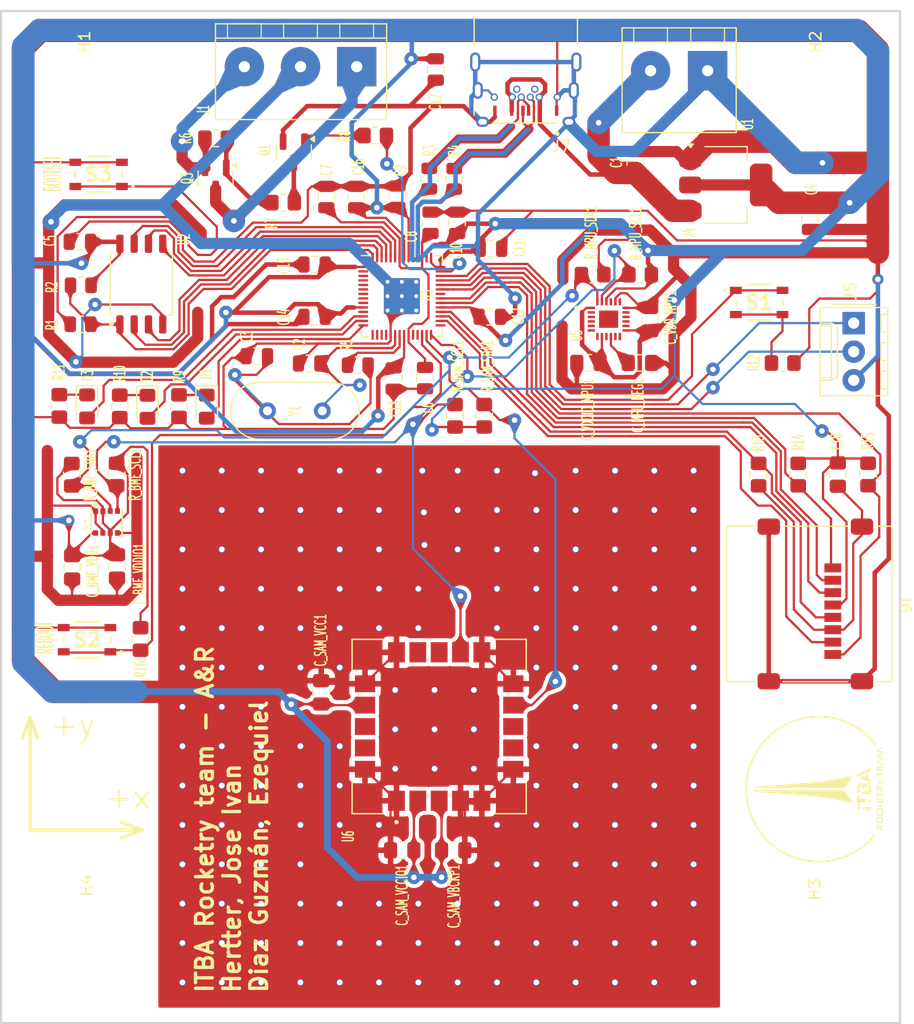
<source format=kicad_pcb>
(kicad_pcb (version 20241229) (generator "pcbnew") (generator_version "9.0")
  (layers (0 "F.Cu" signal) (2 "B.Cu" signal) (13 "F.Paste" user) (15 "B.Paste" user) (5 "F.SilkS" user "F.Silkscreen") (7 "B.SilkS" user "B.Silkscreen") (1 "F.Mask" user) (3 "B.Mask" user) (25 "Edge.Cuts" user))
  (net 0 "")
  (net 1 "GND")
  (net 2 "VBUS")
  (net 3 "/XIN")
  (net 4 "Net-(C3-Pad1)")
  (net 5 "+3V3")
  (net 6 "+1V1")
  (net 7 "/USB_D-")
  (net 8 "/USB_D+")
  (net 9 "/~{USB_BOOT}")
  (net 10 "Net-(D1-K)")
  (net 11 "/GPIO3")
  (net 12 "/GPIO12")
  (net 13 "/GPIO13")
  (net 14 "/LED_1")
  (net 15 "/GPIO14")
  (net 16 "/GPIO1")
  (net 17 "/GPIO15")
  (net 18 "/GPIO4")
  (net 19 "/GPIO8")
  (net 20 "/GPIO0")
  (net 21 "/LED_2")
  (net 22 "/GPIO7")
  (net 23 "/GPIO6")
  (net 24 "/GPIO2")
  (net 25 "/SWD")
  (net 26 "/SWCLK")
  (net 27 "/RUN")
  (net 28 "/QSPI_SS")
  (net 29 "Net-(U3-USB_DP)")
  (net 30 "Net-(U3-USB_DM)")
  (net 31 "/XOUT")
  (net 32 "/QSPI_SD3")
  (net 33 "/QSPI_SCLK")
  (net 34 "/QSPI_SD0")
  (net 35 "/QSPI_SD1")
  (net 36 "/QSPI_SD2")
  (net 37 "Net-(U5-REGOUT)")
  (net 62 "/V_cam")
  (net 63 "Net-(Q1-C)")
  (net 64 "Net-(Q1-B)")
  (net 65 "Net-(Q3-G)")
  (net 66 "V_cam_bus")
  (net 67 "/power_cam")
  (net 68 "/SCL")
  (net 69 "/SDA")
  (net 70 "/UART_Rx")
  (net 71 "/UART_Tx")
  (net 72 "Net-(D2-K)")
  (net 73 "Net-(D3-K)")
  (net 74 "/LED_3")
  (net 75 "/GPIO5")
  (net 76 "Net-(S1-COM_1)")
  (net 77 "/SW_1")
  (net 78 "/GPIO24")
  (net 79 "/GPIO18")
  (net 80 "/SD_DAT1")
  (net 81 "/SD_DAT2")
  (net 82 "/SD_CLK")
  (net 83 "/SD_DAT3")
  (net 84 "/SD_CMD")
  (net 85 "/SD_DAT0")
  (footprint "LED_SMD:LED_0805_2012Metric_Pad1.15x1.40mm_HandSolder" (layer "F.Cu") (at 68.908 70.527984 -90)
    (property "Reference" "D2")
    (property "Value" "LED")
  )
  (footprint "TCLib:C_0805" (layer "F.Cu") (at 66.190707 84.716191 -90)
    (property "Reference" "C_BME_VDDIO1")
    (property "Value" "100n")
  )
  (footprint "TCLib:R_0805" (layer "F.Cu") (at 80.98 52.372984)
    (property "Reference" "R7")
    (property "Value" "R")
  )
  (footprint "Capacitor_SMD:C_0805_2012Metric" (layer "F.Cu") (at 94.1 54.162836 90)
    (property "Reference" "C8")
    (property "Value" "1u" (hide yes))
  )
  (footprint "Resistor_SMD:R_0805_2012Metric" (layer "F.Cu") (at 62.968359 59.723927 180)
    (property "Reference" "R2")
    (property "Value" "DNF")
  )
  (footprint "TCLib:R_0805" (layer "F.Cu") (at 133.05 76.542984 -90)
    (property "Reference" "R15")
    (property "Value" "10k")
  )
  (footprint "my_lib:SAMESKY_UJ20-C-H-G-SMT-6-P16-TR" (layer "F.Cu") (at 102.58 40.62 180)
    (property "Reference" "J7")
    (property "Value" "UJ20-C-H-G-SMT-6-P16-TR")
    (fp_line (start 3.775 -2.695) (end 3.425 -2.695) (stroke (width 0.01)) (layer "Edge.Cuts"))
    (fp_line (start 3.425 -3.345) (end 3.775 -3.345) (stroke (width 0.01)) (layer "Edge.Cuts"))
    (fp_arc (start 4.1 -3.02) (mid 4.00481 -2.79019) (end 3.775 -2.695) (stroke (width 0.01)) (layer "Edge.Cuts"))
    (fp_arc (start 3.775 -3.345) (mid 4.00481 -3.24981) (end 4.1 -3.02) (stroke (width 0.01)) (layer "Edge.Cuts"))
    (fp_arc (start 3.425 -2.695) (mid 3.19519 -2.79019) (end 3.1 -3.02) (stroke (width 0.01)) (layer "Edge.Cuts"))
    (fp_arc (start 3.1 -3.02) (mid 3.19519 -3.24981) (end 3.425 -3.345) (stroke (width 0.01)) (layer "Edge.Cuts"))
  )
  (footprint "Capacitor_SMD:C_0805_2012Metric" (layer "F.Cu") (at 96.47 54.162836 90)
    (property "Reference" "C10")
    (property "Value" "1u" (hide yes))
  )
  (footprint "Capacitor_SMD:C_0805_2012Metric" (layer "F.Cu") (at 112.33 48.782836 90)
    (property "Reference" "C1")
    (property "Value" "10u" (hide yes))
  )
  (footprint "TCLib:R_0805" (layer "F.Cu") (at 123.303333 76.552984 -90)
    (property "Reference" "R13")
    (property "Value" "R")
  )
  (footprint "TCLib:R_0805" (layer "F.Cu") (at 89.18 46.402836 180)
    (property "Reference" "R8")
    (property "Value" "R")
  )
  (footprint "Crystal:Crystal_HC49-4H_Vertical" (layer "F.Cu") (at 79.59 70.882984)
    (property "Reference" "Y1")
    (property "Value" "Crystal")
  )
  (footprint "TCLib:R_0805" (layer "F.Cu") (at 62.170707 76.566191 -90)
    (property "Reference" "R_BME_SDA1")
    (property "Value" "R")
  )
  (footprint "TCLib:R_0805" (layer "F.Cu") (at 68.29 91.17 -90)
    (property "Reference" "R16")
    (property "Value" "10k")
  )
  (footprint "TCLib:C_0805" (layer "F.Cu") (at 108.1625 66.622984 180)
    (property "Reference" "C_VDDIO_MPU1")
    (property "Value" "10n")
  )
  (footprint "Capacitor_SMD:C_0805_2012Metric" (layer "F.Cu") (at 127.88 53.802836 -90)
    (property "Reference" "C4")
    (property "Value" "10u" (hide yes))
  )
  (footprint "TCLib:Molex_1x03_P2.54mm" (layer "F.Cu") (at 131.77 63.082984 -90)
    (property "Reference" "J5")
    (property "Value" "Connector_3_Pol")
  )
  (footprint "Package_TO_SOT_SMD:SOT-223-3_TabPin2" (layer "F.Cu") (at 120.38 50.800336)
    (property "Reference" "U1")
    (property "Value" "NCP1117-3.3_SOT223" (hide yes))
  )
  (footprint "TCLib:R_0805" (layer "F.Cu") (at 66.160707 76.546191 -90)
    (property "Reference" "R_BME_SCL1")
    (property "Value" "R")
  )
  (footprint "Resistor_SMD:R_0805_2012Metric" (layer "F.Cu") (at 93.99 50.237836 -90)
    (property "Reference" "R3")
    (property "Value" "27" (hide yes))
  )
  (footprint "Package_TO_SOT_SMD:SOT-23" (layer "F.Cu") (at 74.9725 50.212836 -90)
    (property "Reference" "Q3")
    (property "Value" "FDN340P")
  )
  (footprint "TCLib:C_0805" (layer "F.Cu") (at 91.5825 109.952984 180)
    (property "Reference" "C_SAM_VCCIO1")
    (property "Value" "C")
  )
  (footprint "Resistor_SMD:R_0805_2012Metric_Pad1.20x1.40mm_HandSolder" (layer "F.Cu") (at 71.71 70.465484 -90)
    (property "Reference" "R9")
    (property "Value" "R")
  )
  (footprint "TCLib:Bornera_3_P5mm" (layer "F.Cu") (at 87.53 40.282836 180)
    (property "Reference" "J1")
    (property "Value" "Terminal_3")
  )
  (footprint "Rocketry_FC:PTS810SJK250SMTRLFS" (layer "F.Cu") (at 63.525 91.235 180)
    (property "Reference" "S2")
    (property "Value" "PTS810SJK250SMTR_LFS" (hide yes))
  )
  (footprint "my_lib:microSD_HC_Molex_47219-2001" (layer "F.Cu") (at 127.81 88.052984 -90)
    (property "Reference" "J6")
    (property "Value" "Micro_SD_Card")
  )
  (footprint "MountingHole:MountingHole_3.5mm" (layer "F.Cu") (at 128.38 42.822984)
    (property "Reference" "H2")
    (property "Value" "MountingHole")
  )
  (footprint "Package_SO:SOIC-8_5.3x5.3mm_P1.27mm" (layer "F.Cu") (at 68.359747 59.613927 90)
    (property "Reference" "U2")
    (property "Value" "W25Q128JVS")
  )
  (footprint "my_lib:Logo_ITBA_rocketry" (layer "F.Cu") (at 128.821604 104.478604 90)
    (property "Reference" "G***" (hide yes))
    (property "Value" "LOGO" (hide yes))
  )
  (footprint "MountingHole:MountingHole_3.5mm" (layer "F.Cu") (at 63.38 42.822984)
    (property "Reference" "H1")
    (property "Value" "MountingHole")
  )
  (footprint "TCLib:R_0805" (layer "F.Cu") (at 66.44 70.482984 -90)
    (property "Reference" "R10")
    (property "Value" "R")
  )
  (footprint "LED_SMD:LED_0805_2012Metric_Pad1.15x1.40mm_HandSolder" (layer "F.Cu") (at 74.178 70.510484 -90)
    (property "Reference" "D1")
    (property "Value" "LED")
  )
  (footprint "TCLib:C_0805" (layer "F.Cu") (at 130.356666 76.552984 -90)
    (property "Reference" "C18")
    (property "Value" "10u")
  )
  (footprint "TCLib:R_0805" (layer "F.Cu") (at 75.02 46.652836)
    (property "Reference" "R6")
    (property "Value" "R")
  )
  (footprint "Capacitor_SMD:C_0805_2012Metric" (layer "F.Cu") (at 93.61 67.972836 -90)
    (property "Reference" "C6")
    (property "Value" "100n" (hide yes))
  )
  (footprint "TCLib:C_0805" (layer "F.Cu") (at 113.6425 62.732984 90)
    (property "Reference" "C_VDD_MPU1")
    (property "Value" "100n")
  )
  (footprint "LED_SMD:LED_0805_2012Metric_Pad1.15x1.40mm_HandSolder" (layer "F.Cu") (at 63.528 70.490484 -90)
    (property "Reference" "D3")
    (property "Value" "LED")
  )
  (footprint "TCLib:C_0805" (layer "F.Cu") (at 112.7425 66.622984)
    (property "Reference" "C_MPU_REG1")
    (property "Value" "100n")
  )
  (footprint "TCLib:R_0805" (layer "F.Cu") (at 98.88 71.322984 90)
    (property "Reference" "R_SAM_SDA1")
    (property "Value" "R")
  )
  (footprint "MountingHole:MountingHole_3.5mm" (layer "F.Cu") (at 63.38 117.822984)
    (property "Reference" "H4")
    (property "Value" "MountingHole")
  )
  (footprint "Capacitor_SMD:C_0805_2012Metric" (layer "F.Cu") (at 94.57 40.532836 -90)
    (property "Reference" "C17")
    (property "Value" "10u")
  )
  (footprint "Capacitor_SMD:C_0805_2012Metric" (layer "F.Cu") (at 83.78 62.522984 180)
    (property "Reference" "C14")
    (property "Value" "100n" (hide yes))
  )
  (footprint "my_lib:MPU-9250" (layer "F.Cu") (at 109.955 62.732984)
    (property "Reference" "U5")
    (property "Value" "MPU-9250")
  )
  (footprint "TCLib:C_0805" (layer "F.Cu") (at 62.200707 84.796191 -90)
    (property "Reference" "C_BME_VDD1")
    (property "Value" "100n")
  )
  (footprint "Rocketry_FC:PTS810SJK250SMTRLFS" (layer "F.Cu") (at 64.56 49.86 180)
    (property "Reference" "S3")
    (property "Value" "PTS810SJK250SMTR_LFS" (hide yes))
  )
  (footprint "TCLib:C_0805" (layer "F.Cu") (at 84.37 95.915484 90)
    (property "Reference" "C_SAM_VCC1")
    (property "Value" "C")
  )
  (footprint "Resistor_SMD:R_0805_2012Metric" (layer "F.Cu") (at 96.21 50.257836 -90)
    (property "Reference" "R4")
    (property "Value" "27" (hide yes))
  )
  (footprint "TCLib:R_0805" (layer "F.Cu") (at 112.76 58.782984 180)
    (property "Reference" "R_MPU_SCL1")
    (property "Value" "R")
  )
  (footprint "Resistor_SMD:R_0805_2012Metric" (layer "F.Cu") (at 62.947247 63.183927 180)
    (property "Reference" "R1")
    (property "Value" "1k")
  )
  (footprint "TCLib:R_0805" (layer "F.Cu") (at 108.53 58.772984 180)
    (property "Reference" "R_MPU_SDA1")
    (property "Value" "R")
  )
  (footprint "Rocketry_FC:PTS810SJK250SMTRLFS" (layer "F.Cu") (at 123.355 61.247984)
    (property "Reference" "S1")
    (property "Value" "PTS810SJK250SMTR_LFS" (hide yes))
  )
  (footprint "Capacitor_SMD:C_0805_2012Metric" (layer "F.Cu") (at 90.82 68.012836 -90)
    (property "Reference" "C13")
    (property "Value" "100n" (hide yes))
  )
  (footprint "Capacitor_SMD:C_0805_2012Metric" (layer "F.Cu") (at 83.78 57.872984 180)
    (property "Reference" "C15")
    (property "Value" "100n" (hide yes))
  )
  (footprint "TCLib:R_0805" (layer "F.Cu") (at 125.45 66.632984)
    (property "Reference" "R12")
    (property "Value" "R")
  )
  (footprint "Capacitor_SMD:C_0805_2012Metric" (layer "F.Cu") (at 84.83 51.872984 90)
    (property "Reference" "C7")
    (property "Value" "100n" (hide yes))
  )
  (footprint "TCLib:R_0805" (layer "F.Cu") (at 61.06 70.445484 -90)
    (property "Reference" "R11")
    (property "Value" "R")
  )
  (footprint "MountingHole:MountingHole_3.5mm" (layer "F.Cu") (at 128.38 117.822984)
    (property "Reference" "H3")
    (property "Value" "MountingHole")
  )
  (footprint "TCLib:Bornera_2_P5mm" (layer "F.Cu") (at 118.77 40.642836 180)
    (property "Reference" "J4")
    (property "Value" "Terminal_2")
  )
  (footprint "my_lib:PSON65P250X250X100-8N" (layer "F.Cu") (at 65.265707 80.771191 90)
    (property "Reference" "U4")
    (property "Value" "BME280")
  )
  (footprint "Capacitor_SMD:C_0805_2012Metric" (layer "F.Cu") (at 99.48 56.472984)
    (property "Reference" "C11")
    (property "Value" "100n" (hide yes))
  )
  (footprint "TCLib:R_0805" (layer "F.Cu") (at 96.28 71.322984 90)
    (property "Reference" "R_SAM_SCL1")
    (property "Value" "R")
  )
  (footprint "Resistor_SMD:R_0805_2012Metric" (layer "F.Cu") (at 87.63 66.822984)
    (property "Reference" "R5")
    (property "Value" "1k" (hide yes))
  )
  (footprint "Package_TO_SOT_SMD:SOT-23" (layer "F.Cu") (at 81.93 47.885484 -90)
    (property "Reference" "Q1")
    (property "Value" "MMBT5551L")
  )
  (footprint "Capacitor_SMD:C_0805_2012Metric" (layer "F.Cu") (at 99.38 62.522984)
    (property "Reference" "C12")
    (property "Value" "100n" (hide yes))
  )
  (footprint "Capacitor_SMD:C_0805_2012Metric" (layer "F.Cu") (at 83.3 66.672984 180)
    (property "Reference" "C2")
    (property "Value" "15p" (hide yes))
  )
  (footprint "RP2040_minimal_r2:RP2040-QFN-56" (layer "F.Cu") (at 91.55 60.687836)
    (property "Reference" "U3")
    (property "Value" "RP2040")
  )
  (footprint "Capacitor_SMD:C_0805_2012Metric" (layer "F.Cu") (at 91.16 51.842836 90)
    (property "Reference" "C9")
    (property "Value" "100n" (hide yes))
  )
  (footprint "TCLib:C_0805" (layer "F.Cu") (at 96.12 109.952984)
    (property "Reference" "C_SAM_VBCKP1")
    (property "Value" "C")
  )
  (footprint "Capacitor_SMD:C_0805_2012Metric" (layer "F.Cu") (at 78.64 66.022984 180)
    (property "Reference" "C3")
    (property "Value" "15p" (hide yes))
  )
  (footprint "TCLib:R_0805" (layer "F.Cu") (at 126.83 76.552984 -90)
    (property "Reference" "R14")
    (property "Value" "10k")
  )
  (footprint "Capacitor_SMD:C_0805_2012Metric" (layer "F.Cu") (at 62.888359 55.853927 180)
    (property "Reference" "C5")
    (property "Value" "100n")
  )
  (footprint "my_lib:MODULE_SAM-M8Q-0-10" (layer "F.Cu") (at 94.87 98.952984 90)
    (property "Reference" "U6")
    (property "Value" "SAM-M8Q-0-10")
  )
  (footprint "Capacitor_SMD:C_0805_2012Metric" (layer "F.Cu") (at 87.48 51.872984 90)
    (property "Reference" "C16")
    (property "Value" "100n" (hide yes))
  )
  (gr_line (start 58.44798 98.113291) (end 57.76394 99.992676) (stroke (width 0.3)) (layer "F.SilkS"))
  (gr_line (start 58.44798 98.113291) (end 59.13202 99.992676) (stroke (width 0.3)) (layer "F.SilkS"))
  (gr_line (start 68.46 108.152984) (end 66.580615 108.837024) (stroke (width 0.3)) (layer "F.SilkS"))
  (gr_line (start 68.46 108.152984) (end 66.580615 107.468944) (stroke (width 0.3)) (layer "F.SilkS"))
  (gr_line (start 58.46 108.152984) (end 68.46 108.152984) (stroke (width 0.3)) (layer "F.SilkS"))
  (gr_line (start 58.46 108.152984) (end 58.46 98.152984) (stroke (width 0.3)) (layer "F.SilkS"))
  (gr_rect (start 55.88 35.322984) (end 135.88 125.322984) (stroke (width 0.2)) (fill no) (layer "Edge.Cuts"))
  (gr_text "+x" (at 64.98 106.442984 0) (layer "F.SilkS") (effects (font (size 2 2) (thickness 0.2)) (justify left bottom)))
  (gr_text "BOOTSEL" (at 61.36 51.48 90) (layer "F.SilkS") (effects (font (size 1.5 0.5) (thickness 0.125) (bold yes)) (justify left bottom)))
  (gr_text "+y" (at 60.13202 99.992676 0) (layer "F.SilkS") (effects (font (size 2 2) (thickness 0.2) (bold yes)) (justify left bottom)))
  (gr_text "REBOOT\n" (at 60.67 92.6 90) (layer "F.SilkS") (effects (font (size 1.5 0.5) (thickness 0.125) (bold yes)) (justify left bottom)))
  (gr_text "ITBA Rocketry team - A&R\nHertter, Jose Ivan\nDiaz Guzmán, Ezequiel" (at 79.71 122.78 90) (layer "F.SilkS") (effects (font (size 1.5 1.5) (thickness 0.3) (bold yes)) (justify left bottom)))
  (segment (start 59.995707 86.753691) (end 60.965707 87.723691) (width 1) (layer "F.Cu") (net 1))
  (segment (start 59.995707 83.813691) (end 59.995707 86.753691) (width 1) (layer "F.Cu") (net 1))
  (segment (start 66.190707 87.708691) (end 66.205707 87.723691) (width 0.2) (layer "F.Cu") (net 1))
  (segment (start 67.97 82.399398) (end 67.97 75.09) (width 1) (layer "F.Cu") (net 1))
  (segment (start 92.71 43.792836) (end 92.91 43.792836) (width 0.4) (layer "F.Cu") (net 1))
  (segment (start 133.64 85.282984) (end 134.89 84.032984) (width 0.4) (layer "F.Cu") (net 1))
  (segment (start 57.858909 57.733927) (end 57.83 57.762836) (width 1) (layer "F.Cu") (net 1))
  (segment (start 127.81 65.272984) (end 127.81 61.812984) (width 0.2) (layer "F.Cu") (net 1))
  (segment (start 58.02 80.422836) (end 57.83 80.232836) (width 1) (layer "F.Cu") (net 1))
  (segment (start 65.5315 72.391484) (end 66.44 71.482984) (width 0.2) (layer "F.Cu") (net 1))
  (segment (start 97.05 43.792836) (end 98.447164 45.19) (width 0.4) (layer "F.Cu") (net 1))
  (segment (start 116.23 58.722984) (end 115.7375 58.230484) (width 1) (layer "F.Cu") (net 1))
  (segment (start 57.82 57.752836) (end 57.82 48.74) (width 2) (layer "F.Cu") (net 1))
  (segment (start 126.45 66.632984) (end 127.81 65.272984) (width 0.2) (layer "F.Cu") (net 1))
  (segment (start 115.98 47.832836) (end 112.73903 47.832836) (width 1) (layer "F.Cu") (net 1))
  (segment (start 71.237535 52.573927) (end 73.683359 55.019751) (width 1) (layer "F.Cu") (net 1))
  (segment (start 57.83 64.572836) (end 57.83 71.552984) (width 2) (layer "F.Cu") (net 1))
  (segment (start 98.67 105.552984) (end 101.47 102.752984) (width 0.2) (layer "F.Cu") (net 1))
  (segment (start 113.6425 61.695484) (end 113.6425 61.310484) (width 0.4) (layer "F.Cu") (net 1))
  (segment (start 90.82 71.602984) (end 89.93 72.492984) (width 0.2) (layer "F.Cu") (net 1))
  (segment (start 57.85 90.16) (end 57.83 90.14) (width 0.2) (layer "F.Cu") (net 1))
  (segment (start 124.21 81.177984) (end 124.21 94.927984) (width 0.4) (layer "F.Cu") (net 1))
  (segment (start 132.51 81.177984) (end 132.51 79.743818) (width 0.2) (layer "F.Cu") (net 1))
  (segment (start 59.025074 64.67791) (end 59.025074 64.668058) (width 0.4) (layer "F.Cu") (net 1))
  (segment (start 64.290707 79.801191) (end 63.803207 79.313691) (width 0.2) (layer "F.Cu") (net 1))
  (segment (start 90.55 64.125336) (end 90.55 61.962836) (width 0.2) (layer "F.Cu") (net 1))
  (segment (start 97.09 37.182984) (end 97.18 37.092984) (width 1) (layer "F.Cu") (net 1))
  (segment (start 85.1 64.903984) (end 78.649 64.903984) (width 0.2) (layer "F.Cu") (net 1))
  (segment (start 90.86 68.922836) (end 90.82 68.962836) (width 0.2) (layer "F.Cu") (net 1))
  (segment (start 67.97 82.399398) (end 67.97 86.66) (width 1) (layer "F.Cu") (net 1))
  (segment (start 60.109747 57.733927) (end 60.109747 53.983089) (width 1) (layer "F.Cu") (net 1))
  (segment (start 105.95 37.092984) (end 132.21 37.092984) (width 2) (layer "F.Cu") (net 1))
  (segment (start 101.47 95.152984) (end 98.67 92.352984) (width 0.2) (layer "F.Cu") (net 1))
  (segment (start 57.83 90.14) (end 57.83 93.08) (width 2) (layer "F.Cu") (net 1))
  (segment (start 80.98 46.947984) (end 80.98 45.922984) (width 0.4) (layer "F.Cu") (net 1))
  (segment (start 83.53 50.922984) (end 83.18 51.272984) (width 0.2) (layer "F.Cu") (net 1))
  (segment (start 76.43 66.162984) (end 75.68 66.912984) (width 0.2) (layer "F.Cu") (net 1))
  (segment (start 113.634 54.811984) (end 108.541 54.811984) (width 1) (layer "F.Cu") (net 1))
  (segment (start 113.78 66.622984) (end 115.02 66.622984) (width 0.4) (layer "F.Cu") (net 1))
  (segment (start 75.68 72.192984) (end 75.98 72.492984) (width 0.2) (layer "F.Cu") (net 1))
  (segment (start 59.025074 64.668058) (end 57.83 63.472984) (width 0.4) (layer "F.Cu") (net 1))
  (segment (start 59.995707 74.413691) (end 59.995707 79.253691) (width 1) (layer "F.Cu") (net 1))
  (segment (start 107.125 66.622984) (end 107.125 68.572984) (width 0.4) (layer "F.Cu") (net 1))
  (segment (start 60.109747 57.733927) (end 57.858909 57.733927) (width 1) (layer "F.Cu") (net 1))
  (segment (start 66.44 71.482984) (end 67.386 72.428984) (width 0.2) (layer "F.Cu") (net 1))
  (segment (start 58.92 64.572836) (end 59.025074 64.67791) (width 0.4) (layer "F.Cu") (net 1))
  (segment (start 134.89 71.322984) (end 133.92 70.352984) (width 0.4) (layer "F.Cu") (net 1))
  (segment (start 60.109747 57.733927) (end 60.109747 57.813927) (width 1) (layer "F.Cu") (net 1))
  (segment (start 100.26 56.042984) (end 103.21 53.092984) (width 0.2) (layer "F.Cu") (net 1))
  (segment (start 105.33 44.2) (end 105.33 43.04) (width 0.2) (layer "F.Cu") (net 1))
  (segment (start 80.98 45.922984) (end 83.110148 43.792836) (width 0.4) (layer "F.Cu") (net 1))
  (segment (start 101.63 60.872984) (end 101.63 62.172984) (width 0.4) (layer "F.Cu") (net 1))
  (segment (start 117.28 59.772984) (end 116.23 58.722984) (width 1) (layer "F.Cu") (net 1))
  (segment (start 117.23 48.500336) (end 116.6475 48.500336) (width 1) (layer "F.Cu") (net 1))
  (segment (start 73.370747 64.399913) (end 71.563733 66.206927) (width 1) (layer "F.Cu") (net 1))
  (segment (start 128.98 48.842836) (end 128.99 48.832836) (width 2) (layer "F.Cu") (net 1))
  (segment (start 61.518909 52.573927) (end 71.237535 52.573927) (width 1) (layer "F.Cu") (net 1))
  (segment (start 110.555 61.187984) (end 110.555 60.867984) (width 0.2) (layer "F.Cu") (net 1))
  (segment (start 74.823101 57.609883) (end 73.097047 57.609883) (width 0.2) (layer "F.Cu") (net 1))
  (segment (start 73.38 62.123674) (end 73.38 64.382984) (width 1) (layer "F.Cu") (net 1))
  (segment (start 63.23 95.87) (end 70.217016 95.87) (width 2) (layer "F.Cu") (net 1))
  (segment (start 132.51 79.743818) (end 130.356666 77.590484) (width 0.2) (layer "F.Cu") (net 1))
  (segment (start 75.98 72.492984) (end 89.93 72.492984) (width 0.2) (layer "F.Cu") (net 1))
  (segment (start 131.73 89.477984) (end 131.73 82.682984) (width 0.2) (layer "F.Cu") (net 1))
  (segment (start 70.264747 63.201427) (end 70.264747 62.388928) (width 0.2) (layer "F.Cu") (net 1))
  (segment (start 66.190707 85.753691) (end 66.190707 87.708691) (width 0.2) (layer "F.Cu") (net 1))
  (segment (start 105.88 57.472984) (end 105.88 59.222984) (width 1) (layer "F.Cu") (net 1))
  (segment (start 83.18 51.272984) (end 83.18 53.572984) (width 0.2) (layer "F.Cu") (net 1))
  (segment (start 105.38 42.99) (end 105.38 37.662984) (width 0.2) (layer "F.Cu") (net 1))
  (segment (start 133.92 70.352984) (end 133.92 59.192984) (width 0.4) (layer "F.Cu") (net 1))
  (segment (start 72.061747 56.574583) (end 72.061747 55.216737) (width 0.2) (layer "F.Cu") (net 1))
  (segment (start 96.6075 106.200484) (end 96.22 105.812984) (width 0.2) (layer "F.Cu") (net 1))
  (segment (start 105.38 37.662984) (end 105.95 37.092984) (width 0.2) (layer "F.Cu") (net 1))
  (segment (start 134.89 84.032984) (end 134.89 71.322984) (width 0.4) (layer "F.Cu") (net 1))
  (segment (start 114.78 68.932984) (end 115.78 67.932984) (width 1) (layer "F.Cu") (net 1))
  (segment (start 130.86 90.347984) (end 131.73 89.477984) (width 0.2) (layer "F.Cu") (net 1))
  (segment (start 90.55 64.66061) (end 90.55 64.125336) (width 0.2) (layer "F.Cu") (net 1))
  (segment (start 57.82 48.74) (end 57.82 38.672984) (width 2) (layer "F.Cu") (net 1))
  (segment (start 72.061747 55.216737) (end 70.896937 54.051927) (width 0.2) (layer "F.Cu") (net 1))
  (segment (start 61.06 71.445484) (end 62.006 72.391484) (width 0.2) (layer "F.Cu") (net 1))
  (segment (start 67.768809 81.741191) (end 66.240707 81.741191) (width 0.2) (layer "F.Cu") (net 1))
  (segment (start 87.48 50.922984) (end 91.129852 50.922984) (width 0.4) (layer "F.Cu") (net 1))
  (segment (start 69.308655 61.432836) (end 64.24 61.432836) (width 0.2) (layer "F.Cu") (net 1))
  (segment (start 71.199057 66.563927) (end 62.569747 66.563927) (width 1) (layer "F.Cu") (net 1))
  (segment (start 110.994704 60.42828) (end 111.565397 60.42828) (width 0.2) (layer "F.Cu") (net 1))
  (segment (start 73.38 64.382984) (end 73.370747 64.392237) (width 1) (layer "F.Cu") (net 1))
  (segment (start 96.47 53.212836) (end 96.589852 53.092984) (width 0.2) (layer "F.Cu") (net 1))
  (segment (start 113.6425 61.310484) (end 116.23 58.722984) (width 0.4) (layer "F.Cu") (net 1))
  (segment (start 133.221215 60.901769) (end 133.92 60.202984) (width 0.2) (layer "F.Cu") (net 1))
  (segment (start 62.200707 87.358691) (end 62.565707 87.723691) (width 0.2) (layer "F.Cu") (net 1))
  (segment (start 111.5 61.732984) (end 113.605 61.732984) (width 0.2) (layer "F.Cu") (net 1))
  (segment (start 65.6 90.16) (end 57.85 90.16) (width 0.2) (layer "F.Cu") (net 1))
  (segment (start 84.83 50.922984) (end 87.48 50.922984) (width 0.4) (layer "F.Cu") (net 1))
  (segment (start 90.82 68.962836) (end 90.82 71.602984) (width 0.2) (layer "F.Cu") (net 1))
  (segment (start 82.35 66.672984) (end 84.119 64.903984) (width 0.2) (layer "F.Cu") (net 1))
  (segment (start 92.32 49.732836) (end 92.32 45.732984) (width 0.4) (layer "F.Cu") (net 1))
  (segment (start 59.995707 83.813691) (end 57.845707 83.813691) (width 1) (layer "F.Cu") (net 1))
  (segment (start 78.284148 54.148836) (end 74.823101 57.609883) (width 0.2) (layer "F.Cu") (net 1))
  (segment (start 59.995707 79.253691) (end 59.995707 83.813691) (width 1) (layer "F.Cu") (net 1))
  (segment (start 61.95 67.602836) (end 71.630148 67.602836) (width 0.4) (layer "F.Cu") (net 1))
  (segment (start 115.820148 56.832836) (end 115.7375 56.915484) (width 1) (layer "F.Cu") (net 1))
  (segment (start 126.44 88.552984) (end 128.235 90.347984) (width 0.2) (layer "F.Cu") (net 1))
  (segment (start 115.78 67.932984) (end 115.78 64.072984) (width 1) (layer "F.Cu") (net 1))
  (segment (start 133.88 54.752836) (end 133.92 54.792836) (width 1) (layer "F.Cu") (net 1))
  (segment (start 84.83 50.922984) (end 83.53 50.922984) (width 0.2) (layer "F.Cu") (net 1))
  (segment (start 76.061 63.171984) (end 74.48 64.752984) (width 0.4) (layer "F.Cu") (net 1))
  (segment (start 57.9375 71.445484) (end 57.83 71.552984) (width 0.2) (layer "F.Cu") (net 1))
  (segment (start 105.805 68.078132) (end 106.659852 68.932984) (width 1) (layer "F.Cu") (net 1))
  (segment (start 105.95 37.092984) (end 105.73 37.312984) (width 1) (layer "F.Cu") (net 1))
  (segment (start 88.27 95.152984) (end 84.645 95.152984) (width 0.2) (layer "F.Cu") (net 1))
  (segment (start 71.630148 67.602836) (end 74.48 64.752984) (width 0.4) (layer "F.Cu") (net 1))
  (segment (start 63.740359 54.051927) (end 61.938359 55.853927) (width 0.2) (layer "F.Cu") (net 1))
  (segment (start 110.555 60.867984) (end 110.994704 60.42828) (width 0.2) (layer "F.Cu") (net 1))
  (segment (start 132.820148 55.732984) (end 133.92 56.832836) (width 0.2) (layer "F.Cu") (net 1))
  (segment (start 127.81 61.812984) (end 128.721215 60.901769) (width 0.2) (layer "F.Cu") (net 1))
  (segment (start 62.485 48.785) (end 57.865 48.785) (width 0.2) (layer "F.Cu") (net 1))
  (segment (start 92.32 45.732984) (end 94.260148 43.792836) (width 0.4) (layer "F.Cu") (net 1))
  (segment (start 115.78 64.072984) (end 117.28 62.572984) (width 1) (layer "F.Cu") (net 1))
  (segment (start 57.83 57.762836) (end 57.83 63.472984) (width 2) (layer "F.Cu") (net 1))
  (segment (start 115.02 66.622984) (end 116.055 67.657984) (width 0.4) (layer "F.Cu") (net 1))
  (segment (start 83.110148 43.792836) (end 83.910148 43.792836) (width 0.4) (layer "F.Cu") (net 1))
  (segment (start 79.48 57.872984) (end 82.83 57.872984) (width 0.4) (layer "F.Cu") (net 1))
  (segment (start 132.51 94.927984) (end 124.21 94.927984) (width 0.4) (layer "F.Cu") (net 1))
  (segment (start 90.306626 64.903984) (end 85.1 64.903984) (width 0.2) (layer "F.Cu") (net 1))
  (segment (start 133.83 54.882836) (end 133.92 54.792836) (width 1) (layer "F.Cu") (net 1))
  (segment (start 74.66 61.589865) (end 75.476881 60.772984) (width 0.4) (layer "F.Cu") (net 1))
  (segment (start 133.92 56.832836) (end 115.820148 56.832836) (width 1) (layer "F.Cu") (net 1))
  (segment (start 132.51 81.902983) (end 132.51 81.177984) (width 0.2) (layer "F.Cu") (net 1))
  (segment (start 123.303333 77.552984) (end 123.303333 77.629217) (width 0.2) (layer "F.Cu") (net 1))
  (segment (start 62.103359 55.873927) (end 62.308359 55.873927) (width 0.2) (layer "F.Cu") (net 1))
  (segment (start 67.97 86.66) (end 66.906309 87.723691) (width 1) (layer "F.Cu") (net 1))
  (segment (start 133.92 54.792836) (end 133.92 56.832836) (width 2) (layer "F.Cu") (net 1))
  (segment (start 77.39 66.162984) (end 76.43 66.162984) (width 0.2) (layer "F.Cu") (net 1))
  (segment (start 76.58 60.772984) (end 79.48 57.872984) (width 0.4) (layer "F.Cu") (net 1))
  (segment (start 68 81.972382) (end 67.768809 81.741191) (width 0.2) (layer "F.Cu") (net 1))
  (segment (start 117.28 62.572984) (end 117.28 59.772984) (width 1) (layer "F.Cu") (net 1))
  (segment (start 132.51 94.927984) (end 133.64 93.797984) (width 0.4) (layer "F.Cu") (net 1))
  (segment (start 71.563733 66.206927) (end 71.556057 66.206927) (width 1) (layer "F.Cu") (net 1))
  (segment (start 133.92 59.192984) (end 133.92 56.832836) (width 0.4) (layer "F.Cu") (net 1))
  (segment (start 64.290707 80.876903) (end 64.940707 81.526903) (width 0.2) (layer "F.Cu") (net 1))
  (segment (start 101.63 62.172984) (end 101.28 62.522984) (width 0.4) (layer "F.Cu") (net 1))
  (segment (start 82.83 62.522984) (end 82.181 63.171984) (width 0.4) (layer "F.Cu") (net 1))
  (segment (start 73.370747 64.392237) (end 73.370747 64.399913) (width 1) (layer "F.Cu") (net 1))
  (segment (start 64.290707 79.801191) (end 64.290707 80.876903) (width 0.2) (layer "F.Cu") (net 1))
  (segment (start 128.721215 60.901769) (end 133.221215 60.901769) (width 0.2) (layer "F.Cu") (net 1))
  (segment (start 101.28 62.522984) (end 100.33 62.522984) (width 0.4) (layer "F.Cu") (net 1))
  (segment (start 116.050148 55.732984) (end 132.820148 55.732984) (width 0.2) (layer "F.Cu") (net 1))
  (segment (start 111.565397 60.42828) (end 112.832601 61.695484) (width 0.2) (layer "F.Cu") (net 1))
  (segment (start 59.4 37.092984) (end 97.18 37.092984) (width 2) (layer "F.Cu") (net 1))
  (segment (start 66.635 48.785) (end 62.485 48.785) (width 0.2) (layer "F.Cu") (net 1))
  (segment (start 133.92 38.802984) (end 133.92 48.792836) (width 2) (layer "F.Cu") (net 1))
  (segment (start 90.545 109.952984) (end 90.545 106.077984) (width 0.2) (layer "F.Cu") (net 1))
  (segment (start 90.549 64.66161) (end 90.306626 64.903984) (width 0.2) (layer "F.Cu") (net 1))
  (segment (start 128.99 48.832836) (end 133.88 48.832836) (width 2) (layer "F.Cu") (net 1))
  (segment (start 108.541 54.811984) (end 105.88 57.472984) (width 1) (layer "F.Cu") (net 1))
  (segment (start 62.565707 87.723691) (end 66.205707 87.723691) (width 1) (layer "F.Cu") (net 1))
  (segment (start 57.82 38.672984) (end 59.4 37.092984) (width 2) (layer "F.Cu") (net 1))
  (segment (start 64.940707 81.526903) (end 64.940707 81.741191) (width 0.2) (layer "F.Cu") (net 1))
  (segment (start 60.109747 53.983089) (end 61.518909 52.573927) (width 1) (layer "F.Cu") (net 1))
  (segment (start 60.62 95.87) (end 63.23 95.87) (width 2) (layer "F.Cu") (net 1))
  (segment (start 133.88 48.832836) (end 133.92 48.792836) (width 2) (layer "F.Cu") (net 1))
  (segment (start 97.18 37.092984) (end 105.95 37.092984) (width 2) (layer "F.Cu") (net 1))
  (segment (start 98.735 45.19) (end 99.4 45.19) (width 0.4) (layer "F.Cu") (net 1))
  (segment (start 124.72 46.952836) (end 126.61 48.842836) (width 2) (layer "F.Cu") (net 1))
  (segment (start 131.73 82.682984) (end 132.51 81.902983) (width 0.2) (layer "F.Cu") (net 1))
  (segment (start 83.910148 43.792836) (end 90.29 43.792836) (width 0.4) (layer "F.Cu") (net 1))
  (segment (start 116.6475 48.500336) (end 115.98 47.832836) (width 1) (layer "F.Cu") (net 1))
  (segment (start 117.23 48.500336) (end 118.7775 46.952836) (width 2) (layer "F.Cu") (net 1))
  (segment (start 62.006 72.391484) (end 65.5315 72.391484) (width 0.2) (layer "F.Cu") (net 1))
  (segment (start 91.129852 50.922984) (end 91.16 50.892836) (width 0.4) (layer "F.Cu") (net 1))
  (segment (start 91.07 92.352984) (end 88.27 95.152984) (width 0.2) (layer "F.Cu") (net 1))
  (segment (start 106.659852 68.932984) (end 114.78 68.932984) (width 1) (layer "F.Cu") (net 1))
  (segment (start 91.16 50.892836) (end 92.32 49.732836) (width 0.4) (layer "F.Cu") (net 1))
  (segment (start 96.22 105.812984) (end 98.12 105.812984) (width 0.2) (layer "F.Cu") (net 1))
  (segment (start 82.604148 54.148836) (end 78.284148 54.148836) (width 0.2) (layer "F.Cu") (net 1))
  (segment (start 99.4 45.19) (end 99.83 44.76) (width 0.4) (layer "F.Cu") (net 1))
  (segment (start 132.21 37.092984) (end 133.92 38.802984) (width 2) (layer "F.Cu") (net 1))
  (segment (start 67.386 72.428984) (end 70.7465 72.428984) (width 0.2) (layer "F.Cu") (net 1))
  (segment (start 126.61 48.842836) (end 128.98 48.842836) (width 2) (layer "F.Cu") (net 1))
  (segment (start 75.98 72.492984) (end 72.7375 72.492984) (width 0.2) (layer "F.Cu") (net 1))
  (segment (start 75.476881 60.772984) (end 76.58 60.772984) (width 0.4) (layer "F.Cu") (net 1))
  (segment (start 105.805 63.322984) (end 105.805 68.078132) (width 1) (layer "F.Cu") (net 1))
  (segment (start 115.7375 56.915484) (end 113.634 54.811984) (width 1) (layer "F.Cu") (net 1))
  (segment (start 63.803207 79.313691) (end 60.055707 79.313691) (width 0.2) (layer "F.Cu") (net 1))
  (segment (start 113.605 61.732984) (end 113.6425 61.695484) (width 0.2) (layer "F.Cu") (net 1))
  (segment (start 94.260148 43.792836) (end 94.28 43.792836) (width 0.4) (layer "F.Cu") (net 1))
  (segment (start 129.91 90.347984) (end 130.86 90.347984) (width 0.2) (layer "F.Cu") (net 1))
  (segment (start 133.92 48.792836) (end 133.92 54.792836) (width 2) (layer "F.Cu") (net 1))
  (segment (start 84.860148 50.892836) (end 84.83 50.922984) (width 0.4) (layer "F.Cu") (net 1))
  (segment (start 91.07 105.552984) (end 88.27 102.752984) (width 0.2) (layer "F.Cu") (net 1))
  (segment (start 57.83 80.232836) (end 57.83 90.14) (width 2) (layer "F.Cu") (net 1))
  (segment (start 133.97 59.242984) (end 133.92 59.192984) (width 0.4) (layer "F.Cu") (net 1))
  (segment (start 96.589852 53.092984) (end 103.21 53.092984) (width 0.2) (layer "F.Cu") (net 1))
  (segment (start 127.88 54.752836) (end 133.88 54.752836) (width 1) (layer "F.Cu") (net 1))
  (segment (start 60.109747 64.103927) (end 60.109747 57.733927) (width 1) (layer "F.Cu") (net 1))
  (segment (start 133.64 93.797984) (end 133.64 85.282984) (width 0.4) (layer "F.Cu") (net 1))
  (segment (start 90.29 43.792836) (end 97.05 43.792836) (width 0.4) (layer "F.Cu") (net 1))
  (segment (start 92.26 43.792836) (end 90.29 43.792836) (width 0.4) (layer "F.Cu") (net 1))
  (segment (start 133.92 60.202984) (end 133.92 59.192984) (width 0.4) (layer "F.Cu") (net 1))
  (segment (start 70.896937 54.051927) (end 63.740359 54.051927) (width 0.2) (layer "F.Cu") (net 1))
  (segment (start 68 82.369398) (end 68 81.972382) (width 0.2) (layer "F.Cu") (net 1))
  (segment (start 103.21 53.092984) (end 113.410148 53.092984) (width 0.2) (layer "F.Cu") (net 1))
  (segment (start 60.965707 87.723691) (end 62.565707 87.723691) (width 1) (layer "F.Cu") (net 1))
  (segment (start 57.83 93.08) (end 60.62 95.87) (width 2) (layer "F.Cu") (net 1))
  (segment (start 62.569747 66.563927) (end 62.534328 66.528508) (width 1) (layer "F.Cu") (net 1))
  (segment (start 97.1575 109.952984) (end 97.1575 105.940484) (width 0.2) (layer "F.Cu") (net 1))
  (segment (start 115.7375 58.230484) (end 115.7375 56.915484) (width 1) (layer "F.Cu") (net 1))
  (segment (start 74.66 64.572984) (end 74.66 61.589865) (width 0.4) (layer "F.Cu") (net 1))
  (segment (start 94.1 53.212836) (end 96.47 53.212836) (width 0.2) (layer "F.Cu") (net 1))
  (segment (start 70.7465 72.428984) (end 71.71 71.465484) (width 0.2) (layer "F.Cu") (net 1))
  (segment (start 83.18 53.572984) (end 82.604148 54.148836) (width 0.2) (layer "F.Cu") (net 1))
  (segment (start 62.534328 66.528508) (end 60.109747 64.103927) (width 1) (layer "F.Cu") (net 1))
  (segment (start 66.906309 87.723691) (end 66.205707 87.723691) (width 1) (layer "F.Cu") (net 1))
  (segment (start 60.055707 79.313691) (end 59.995707 79.253691) (width 0.2) (layer "F.Cu") (net 1))
  (segment (start 118.7775 46.952836) (end 124.72 46.952836) (width 2) (layer "F.Cu") (net 1))
  (segment (start 57.865 48.785) (end 57.82 48.74) (width 0.2) (layer "F.Cu") (net 1))
  (segment (start 57.83 57.762836) (end 57.82 57.752836) (width 2) (layer "F.Cu") (net 1))
  (segment (start 70.264747 62.388928) (end 69.308655 61.432836) (width 0.2) (layer "F.Cu") (net 1))
  (segment (start 128.235 90.347984) (end 129.91 90.347984) (width 0.2) (layer "F.Cu") (net 1))
  (segment (start 59.025074 64.67791) (end 61.95 67.602836) (width 0.4) (layer "F.Cu") (net 1))
  (segment (start 113.410148 53.092984) (end 116.050148 55.732984) (width 0.2) (layer "F.Cu") (net 1))
  (segment (start 72.7375 72.492984) (end 71.71 71.465484) (width 0.2) (layer "F.Cu") (net 1))
  (segment (start 63.19 95.83) (end 63.23 95.87) (width 0.2) (layer "F.Cu") (net 1))
  (segment (start 73.683359 55.019751) (end 73.683359 56.003927) (width 1) (layer "F.Cu") (net 1))
  (segment (start 123.303333 77.629217) (end 126.44 80.765884) (width 0.2) (layer "F.Cu") (net 1))
  (segment (start 126.44 80.765884) (end 126.44 88.552984) (width 0.2) (layer "F.Cu") (net 1))
  (segment (start 82.181 63.171984) (end 76.061 63.171984) (width 0.4) (layer "F.Cu") (net 1))
  (segment (start 62.200707 85.833691) (end 62.200707 87.358691) (width 0.2) (layer "F.Cu") (net 1))
  (segment (start 78.649 64.903984) (end 77.39 66.162984) (width 0.2) (layer "F.Cu") (net 1))
  (segment (start 57.83 63.472984) (end 57.83 64.572836) (width 2) (layer "F.Cu") (net 1))
  (segment (start 73.097047 57.609883) (end 72.061747 56.574583) (width 0.2) (layer "F.Cu") (net 1))
  (segment (start 61.06 71.445484) (end 57.9375 71.445484) (width 0.2) (layer "F.Cu") (net 1))
  (segment (start 93.61 68.922836) (end 90.86 68.922836) (width 0.2) (layer "F.Cu") (net 1))
  (segment (start 112.832601 61.695484) (end 113.6425 61.695484) (width 0.2) (layer "F.Cu") (net 1))
  (segment (start 105.815 63.312984) (end 105.805 63.322984) (width 1) (layer "F.Cu") (net 1))
  (segment (start 98.447164 45.19) (end 98.735 45.19) (width 0.4) (layer "F.Cu") (net 1))
  (segment (start 74.48 64.752984) (end 74.66 64.572984) (width 0.4) (layer "F.Cu") (net 1))
  (segment (start 84.119 64.903984) (end 85.1 64.903984) (width 0.2) (layer "F.Cu") (net 1))
  (segment (start 71.556057 66.206927) (end 71.199057 66.563927) (width 1) (layer "F.Cu") (net 1))
  (segment (start 94.57 41.482836) (end 92.26 43.792836) (width 0.4) (layer "F.Cu") (net 1))
  (segment (start 90.760148 68.962836) (end 90.82 68.962836) (width 0.2) (layer "F.Cu") (net 1))
  (segment (start 84.645 95.152984) (end 84.37 94.877984) (width 0.2) (layer "F.Cu") (net 1))
  (segment (start 75.68 66.912984) (end 75.68 72.192984) (width 0.2) (layer "F.Cu") (net 1))
  (segment (start 70.217016 95.87) (end 70.8 96.452984) (width 2) (layer "F.Cu") (net 1))
  (segment (start 57.83 71.552984) (end 57.83 80.232836) (width 2) (layer "F.Cu") (net 1))
  (segment (start 105.33 43.04) (end 105.38 42.99) (width 0.2) (layer "F.Cu") (net 1))
  (via (at 117.52 118.202984) (size 0.6) (drill 0.5) (layers "F.Cu" "B.Cu") (net 1))
  (via (at 110.52 121.702984) (size 0.6) (drill 0.5) (layers "F.Cu" "B.Cu") (net 1))
  (via (at 79.02 90.202984) (size 0.6) (drill 0.5) (layers "F.Cu" "B.Cu") (net 1))
  (via (at 103.52 118.202984) (size 0.6) (drill 0.5) (layers "F.Cu" "B.Cu") (net 1))
  (via (at 117.52 83.202984) (size 0.6) (drill 0.5) (layers "F.Cu" "B.Cu") (net 1))
  (via (at 72.02 118.202984) (size 0.6) (drill 0.5) (layers "F.Cu" "B.Cu") (net 1))
  (via (at 96.52 83.202984) (size 0.6) (drill 0.5) (layers "F.Cu" "B.Cu") (net 1))
  (via (at 100.02 111.202984) (size 0.6) (drill 0.5) (layers "F.Cu" "B.Cu") (net 1))
  (via (at 100.02 90.202984) (size 0.6) (drill 0.5) (layers "F.Cu" "B.Cu") (net 1))
  (via (at 89.52 118.202984) (size 0.6) (drill 0.5) (layers "F.Cu" "B.Cu") (net 1))
  (via (at 72.02 76.202984) (size 0.6) (drill 0.5) (layers "F.Cu" "B.Cu") (net 1))
  (via (at 114.02 90.202984) (size 0.6) (drill 0.5) (layers "F.Cu" "B.Cu") (net 1))
  (via (at 72.02 79.702984) (size 0.6) (drill 0.5) (layers "F.Cu" "B.Cu") (net 1))
  (via (at 114.02 79.702984) (size 0.6) (drill 0.5) (layers "F.Cu" "B.Cu") (net 1))
  (via (at 79.02 79.702984) (size 0.6) (drill 0.5) (layers "F.Cu" "B.Cu") (net 1))
  (via (at 107.02 100.702984) (size 0.6) (drill 0.5) (layers "F.Cu" "B.Cu") (net 1))
  (via (at 100.02 86.702984) (size 0.6) (drill 0.5) (layers "F.Cu" "B.Cu") (net 1))
  (via (at 117.52 107.702984) (size 0.6) (drill 0.5) (layers "F.Cu" "B.Cu") (net 1))
  (via (at 103.52 86.702984) (size 0.6) (drill 0.5) (layers "F.Cu" "B.Cu") (net 1))
  (via (at 72.02 90.202984) (size 0.6) (drill 0.5) (layers "F.Cu" "B.Cu") (net 1))
  (via (at 107.02 86.702984) (size 0.6) (drill 0.5) (layers "F.Cu" "B.Cu") (net 1))
  (via (at 94.46 102.702984) (size 0.6) (drill 0.5) (layers "F.Cu" "B.Cu") (net 1))
  (via (at 86.02 86.702984) (size 0.6) (drill 0.5) (layers "F.Cu" "B.Cu") (net 1))
  (via (at 93.37 76.21) (size 0.6) (drill 0.5) (layers "F.Cu" "B.Cu") (net 1))
  (via (at 90.96 102.702984) (size 0.6) (drill 0.5) (layers "F.Cu" "B.Cu") (net 1))
  (via (at 103.52 114.702984) (size 0.6) (drill 0.5) (layers "F.Cu" "B.Cu") (net 1))
  (via (at 114.02 93.702984) (size 0.6) (drill 0.5) (layers "F.Cu" "B.Cu") (net 1))
  (via (at 96.52 114.702984) (size 0.6) (drill 0.5) (layers "F.Cu" "B.Cu") (net 1))
  (via (at 110.52 90.202984) (size 0.6) (drill 0.5) (layers "F.Cu" "B.Cu") (net 1))
  (via (at 75.52 114.702984) (size 0.6) (drill 0.5) (layers "F.Cu" "B.Cu") (net 1))
  (via (at 72.02 104.202984) (size 0.6) (drill 0.5) (layers "F.Cu" "B.Cu") (net 1))
  (via (at 117.52 97.202984) (size 0.6) (drill 0.5) (layers "F.Cu" "B.Cu") (net 1))
  (via (at 72.02 107.702984) (size 0.6) (drill 0.5) (layers "F.Cu" "B.Cu") (net 1))
  (via (at 82.52 111.202984) (size 0.6) (drill 0.5) (layers "F.Cu" "B.Cu") (net 1))
  (via (at 100.02 114.702984) (size 0.6) (drill 0.5) (layers "F.Cu" "B.Cu") (net 1))
  (via (at 114.02 86.702984) (size 0.6) (drill 0.5) (layers "F.Cu" "B.Cu") (net 1))
  (via (at 64.24 61.432836) (size 1.2) (drill 0.5) (layers "F.Cu" "B.Cu") (net 1))
  (via (at 82.52 100.702984) (size 0.6) (drill 0.5) (layers "F.Cu" "B.Cu") (net 1))
  (via (at 103.52 107.702984) (size 0.6) (drill 0.5) (layers "F.Cu" "B.Cu") (net 1))
  (via (at 117.52 104.202984) (size 0.6) (drill 0.5) (layers "F.Cu" "B.Cu") (net 1))
  (via (at 72.02 86.702984) (size 0.6) (drill 0.5) (layers "F.Cu" "B.Cu") (net 1))
  (via (at 79.02 76.202984) (size 0.6) (drill 0.5) (layers "F.Cu" "B.Cu") (net 1))
  (via (at 107.02 121.702984) (size 0.6) (drill 0.5) (layers "F.Cu" "B.Cu") (net 1))
  (via (at 107.02 76.202984) (size 0.6) (drill 0.5) (layers "F.Cu" "B.Cu") (net 1))
  (via (at 100.02 83.202984) (size 0.6) (drill 0.5) (layers "F.Cu" "B.Cu") (net 1))
  (via (at 79.02 97.202984) (size 0.6) (drill 0.5) (layers "F.Cu" "B.Cu") (net 1))
  (via (at 117.52 114.702984) (size 0.6) (drill 0.5) (layers "F.Cu" "B.Cu") (net 1))
  (via (at 82.52 118.202984) (size 0.6) (drill 0.5) (layers "F.Cu" "B.Cu") (net 1))
  (via (at 75.52 86.702984) (size 0.6) (drill 0.5) (layers "F.Cu" "B.Cu") (net 1))
  (via (at 107.02 93.702984) (size 0.6) (drill 0.5) (layers "F.Cu" "B.Cu") (net 1))
  (via (at 90.96 99.202984) (size 0.6) (drill 0.5) (layers "F.Cu" "B.Cu") (net 1))
  (via (at 107.02 79.702984) (size 0.6) (drill 0.5) (layers "F.Cu" "B.Cu") (net 1))
  (via (at 82.52 79.702984) (size 0.6) (drill 0.5) (layers "F.Cu" "B.Cu") (net 1))
  (via (at 86.02 76.202984) (size 0.6) (drill 0.5) (layers "F.Cu" "B.Cu") (net 1))
  (via (at 93.02 90.202984) (size 0.6) (drill 0.5) (layers "F.Cu" "B.Cu") (net 1))
  (via (at 86.02 114.702984) (size 0.6) (drill 0.5) (layers "F.Cu" "B.Cu") (net 1))
  (via (at 79.02 93.702984) (size 0.6) (drill 0.5) (layers "F.Cu" "B.Cu") (net 1))
  (via (at 114.02 97.202984) (size 0.6) (drill 0.5) (layers "F.Cu" "B.Cu") (net 1))
  (via (at 62.534328 66.528508) (size 1.2) (drill 0.5) (layers "F.Cu" "B.Cu") (net 1))
  (via (at 103.4 76.43) (size 0.6) (drill 0.5) (layers "F.Cu" "B.Cu") (net 1))
  (via (at 100.02 107.702984) (size 0.6) (drill 0.5) (layers "F.Cu" "B.Cu") (net 1))
  (via (at 93.51 79.91) (size 0.6) (drill 0.5) (layers "F.Cu" "B.Cu") (net 1))
  (via (at 75.52 100.702984) (size 0.6) (drill 0.5) (layers "F.Cu" "B.Cu") (net 1))
  (via (at 96.52 76.202984) (size 0.6) (drill 0.5) (layers "F.Cu" "B.Cu") (net 1))
  (via (at 75.52 97.202984) (size 0.6) (drill 0.5) (layers "F.Cu" "B.Cu") (net 1))
  (via (at 93.02 86.702984) (size 0.6) (drill 0.5) (layers "F.Cu" "B.Cu") (net 1))
  (via (at 79.02 104.202984) (size 0.6) (drill 0.5) (layers "F.Cu" "B.Cu") (net 1))
  (via (at 97.96 95.702984) (size 0.6) (drill 0.5) (layers "F.Cu" "B.Cu") (net 1))
  (via (at 86.02 104.202984) (size 0.6) (drill 0.5) (layers "F.Cu" "B.Cu") (net 1))
  (via (at 72.02 114.702984) (size 0.6) (drill 0.5) (layers "F.Cu" "B.Cu") (net 1))
  (via (at 82.52 104.202984) (size 0.6) (drill 0.5) (layers "F.Cu" "B.Cu") (net 1))
  (via (at 110.52 97.202984) (size 0.6) (drill 0.5) (layers "F.Cu" "B.Cu") (net 1))
  (via (at 103.52 83.202984) (size 0.6) (drill 0.5) (layers "F.Cu" "B.Cu") (net 1))
  (via (at 72.02 97.202984) (size 0.6) (drill 0.5) (layers "F.Cu" "B.Cu") (net 1))
  (via (at 107.02 83.202984) (size 0.6) (drill 0.5) (layers "F.Cu" "B.Cu") (net 1))
  (via (at 89.52 114.702984) (size 0.6) (drill 0.5) (layers "F.Cu" "B.Cu") (net 1))
  (via (at 114.02 76.202984) (size 0.6) (drill 0.5) (layers "F.Cu" "B.Cu") (net 1))
  (via (at 110.52 104.202984) (size 0.6) (drill 0.5) (layers "F.Cu" "B.Cu") (net 1))
  (via (at 75.52 121.702984) (size 0.6) (drill 0.5) (layers "F.Cu" "B.Cu") (net 1))
  (via (at 110.52 107.702984) (size 0.6) (drill 0.5) (layers "F.Cu" "B.Cu") (net 1))
  (via (at 75.52 104.202984) (size 0.6) (drill 0.5) (layers "F.Cu" "B.Cu") (net 1))
  (via (at 117.52 86.702984) (size 0.6) (drill 0.5) (layers "F.Cu" "B.Cu") (net 1))
  (via (at 79.02 86.702984) (size 0.6) (drill 0.5) (layers "F.Cu" "B.Cu") (net 1))
  (via (at 93.02 121.702984) (size 0.6) (drill 0.5) (layers "F.Cu" "B.Cu") (net 1))
  (via (at 103.52 90.202984) (size 0.6) (drill 0.5) (layers "F.Cu" "B.Cu") (net 1))
  (via (at 101.63 60.872984) (size 1.2) (drill 0.5) (layers "F.Cu" "B.Cu") (net 1))
  (via (at 79.02 100.702984) (size 0.6) (drill 0.5) (layers "F.Cu" "B.Cu") (net 1))
  (via (at 117.52 121.702984) (size 0.6) (drill 0.5) (layers "F.Cu" "B.Cu") (net 1))
  (via (at 82.52 121.702984) (size 0.6) (drill 0.5) (layers "F.Cu" "B.Cu") (net 1))
  (via (at 107.02 97.202984) (size 0.6) (drill 0.5) (layers "F.Cu" "B.Cu") (net 1))
  (via (at 82.52 93.702984) (size 0.6) (drill 0.5) (layers "F.Cu" "B.Cu") (net 1))
  (via (at 110.52 86.702984) (size 0.6) (drill 0.5) (layers "F.Cu" "B.Cu") (net 1))
  (via (at 93.02 118.202984) (size 0.6) (drill 0.5) (layers "F.Cu" "B.Cu") (net 1))
  (via (at 94.46 95.702984) (size 0.6) (drill 0.5) (layers "F.Cu" "B.Cu") (net 1))
  (via (at 100.02 76.202984) (size 0.6) (drill 0.5) (layers "F.Cu" "B.Cu") (net 1))
  (via (at 75.52 83.202984) (size 0.6) (drill 0.5) (layers "F.Cu" "B.Cu") (net 1))
  (via (at 100.02 118.202984) (size 0.6) (drill 0.5) (layers "F.Cu" "B.Cu") (net 1))
  (via (at 117.52 93.702984) (size 0.6) (drill 0.5) (layers "F.Cu" "B.Cu") (net 1))
  (via (at 93.02 114.702984) (size 0.6) (drill 0.5) (layers "F.Cu" "B.Cu") (net 1))
  (via (at 93.56 82.81) (size 0.6) (drill 0.5) (layers "F.Cu" "B.Cu") (net 1))
  (via (at 103.52 121.702984) (size 0.6) (drill 0.5) (layers "F.Cu" "B.Cu") (net 1))
  (via (at 89.52 86.702984) (size 0.6) (drill 0.5) (layers "F.Cu" "B.Cu") (net 1))
  (via (at 117.52 100.702984) (size 0.6) (drill 0.5) (layers "F.Cu" "B.Cu") (net 1))
  (via (at 86.02 100.702984) (size 0.6) (drill 0.5) (layers "F.Cu" "B.Cu") (net 1))
  (via (at 100.02 79.702984) (size 0.6) (drill 0.5) (layers "F.Cu" "B.Cu") (net 1))
  (via (at 110.52 111.202984) (size 0.6) (drill 0.5) (layers "F.Cu" "B.Cu") (net 1))
  (via (at 107.02 118.202984) (size 0.6) (drill 0.5) (layers "F.Cu" "B.Cu") (net 1))
  (via (at 114.02 83.202984) (size 0.6) (drill 0.5) (layers "F.Cu" "B.Cu") (net 1))
  (via (at 110.52 76.202984) (size 0.6) (drill 0.5) (layers "F.Cu" "B.Cu") (net 1))
  (via (at 114.02 104.202984) (size 0.6) (drill 0.5) (layers "F.Cu" "B.Cu") (net 1))
  (via (at 72.02 121.702984) (size 0.6) (drill 0.5) (layers "F.Cu" "B.Cu") (net 1))
  (via (at 107.02 111.202984) (size 0.6) (drill 0.5) (layers "F.Cu" "B.Cu") (net 1))
  (via (at 103.52 100.702984) (size 0.6) (drill 0.5) (layers "F.Cu" "B.Cu") (net 1))
  (via (at 75.52 93.702984) (size 0.6) (drill 0.5) (layers "F.Cu" "B.Cu") (net 1))
  (via (at 72.02 93.702984) (size 0.6) (drill 0.5) (layers "F.Cu" "B.Cu") (net 1))
  (via (at 86.02 121.702984) (size 0.6) (drill 0.5) (layers "F.Cu" "B.Cu") (net 1))
  (via (at 86.02 90.202984) (size 0.6) (drill 0.5) (layers "F.Cu" "B.Cu") (net 1))
  (via (at 82.52 114.702984) (size 0.6) (drill 0.5) (layers "F.Cu" "B.Cu") (net 1))
  (via (at 89.52 121.702984) (size 0.6) (drill 0.5) (layers "F.Cu" "B.Cu") (net 1))
  (via (at 110.52 83.202984) (size 0.6) (drill 0.5) (layers "F.Cu" "B.Cu") (net 1))
  (via (at 82.52 76.202984) (size 0.6) (drill 0.5) (layers "F.Cu" "B.Cu") (net 1))
  (via (at 89.52 83.202984) (size 0.6) (drill 0.5) (layers "F.Cu" "B.Cu") (net 1))
  (via (at 110.52 79.702984) (size 0.6) (drill 0.5) (layers "F.Cu" "B.Cu") (net 1))
  (via (at 96.52 79.702984) (size 0.6) (drill 0.5) (layers "F.Cu" "B.Cu") (net 1))
  (via (at 72.02 83.202984) (size 0.6) (drill 0.5) (layers "F.Cu" "B.Cu") (net 1))
  (via (at 114.02 111.202984) (size 0.6) (drill 0.5) (layers "F.Cu" "B.Cu") (net 1))
  (via (at 114.02 118.202984) (size 0.6) (drill 0.5) (layers "F.Cu" "B.Cu") (net 1))
  (via (at 117.52 90.202984) (size 0.6) (drill 0.5) (layers "F.Cu" "B.Cu") (net 1))
  (via (at 107.02 90.202984) (size 0.6) (drill 0.5) (layers "F.Cu" "B.Cu") (net 1))
  (via (at 110.52 114.702984) (size 0.6) (drill 0.5) (layers "F.Cu" "B.Cu") (net 1))
  (via (at 96.52 118.202984) (size 0.6) (drill 0.5) (layers "F.Cu" "B.Cu") (net 1))
  (via (at 79.02 111.202984) (size 0.6) (drill 0.5) (layers "F.Cu" "B.Cu") (net 1))
  (via (at 94.46 99.202984) (size 0.6) (drill 0.5) (layers "F.Cu" "B.Cu") (net 1))
  (via (at 117.52 111.202984) (size 0.6) (drill 0.5) (layers "F.Cu" "B.Cu") (net 1))
  (via (at 82.52 86.702984) (size 0.6) (drill 0.5) (layers "F.Cu" "B.Cu") (net 1))
  (via (at 110.52 118.202984) (size 0.6) (drill 0.5) (layers "F.Cu" "B.Cu") (net 1))
  (via (at 75.52 90.202984) (size 0.6) (drill 0.5) (layers "F.Cu" "B.Cu") (net 1))
  (via (at 96.52 121.702984) (size 0.6) (drill 0.5) (layers "F.Cu" "B.Cu") (net 1))
  (via (at 107.02 107.702984) (size 0.6) (drill 0.5) (layers "F.Cu" "B.Cu") (net 1))
  (via (at 89.52 76.202984) (size 0.6) (drill 0.5) (layers "F.Cu" "B.Cu") (net 1))
  (via (at 97.96 102.702984) (size 0.6) (drill 0.5) (layers "F.Cu" "B.Cu") (net 1))
  (via (at 90.96 95.702984) (size 0.6) (drill 0.5) (layers "F.Cu" "B.Cu") (net 1))
  (via (at 79.02 83.202984) (size 0.6) (drill 0.5) (layers "F.Cu" "B.Cu") (net 1))
  (via (at 117.52 76.202984) (size 0.6) (drill 0.5) (layers "F.Cu" "B.Cu") (net 1))
  (via (at 72.02 111.202984) (size 0.6) (drill 0.5) (layers "F.Cu" "B.Cu") (net 1))
  (via (at 114.02 107.702984) (size 0.6) (drill 0.5) (layers "F.Cu" "B.Cu") (net 1))
  (via (at 75.52 111.202984) (size 0.6) (drill 0.5) (layers "F.Cu" "B.Cu") (net 1))
  (via (at 86.02 79.702984) (size 0.6) (drill 0.5) (layers "F.Cu" "B.Cu") (net 1))
  (via (at 110.52 93.702984) (size 0.6) (drill 0.5) (layers "F.Cu" "B.Cu") (net 1))
  (via (at 89.52 79.702984) (size 0.6) (drill 0.5) (layers "F.Cu" "B.Cu") (net 1))
  (via (at 117.52 79.702984) (size 0.6) (drill 0.5) (layers "F.Cu" "B.Cu") (net 1))
  (via (at 89.52 90.202984) (size 0.6) (drill 0.5) (layers "F.Cu" "B.Cu") (net 1))
  (via (at 82.52 83.202984) (size 0.6) (drill 0.5) (layers "F.Cu" "B.Cu") (net 1))
  (via (at 79.02 107.702984) (size 0.6) (drill 0.5) (layers "F.Cu" "B.Cu") (net 1))
  (via (at 75.52 118.202984) (size 0.6) (drill 0.5) (layers "F.Cu" "B.Cu") (net 1))
  (via (at 60.32 54.072836) (size 1.5) (drill 0.5) (layers "F.Cu" "B.Cu") (net 1))
  (via (at 86.02 93.702984) (size 0.6) (drill 0.5) (layers "F.Cu" "B.Cu") (net 1))
  (via (at 86.02 118.202984) (size 0.6) (drill 0.5) (layers "F.Cu" "B.Cu") (net 1))
  (via (at 103.52 111.202984) (size 0.6) (drill 0.5) (layers "F.Cu" "B.Cu") (net 1))
  (via (at 114.02 121.702984) (size 0.6) (drill 0.5) (layers "F.Cu" "B.Cu") (net 1))
  (via (at 103.52 104.202984) (size 0.6) (drill 0.5) (layers "F.Cu" "B.Cu") (net 1))
  (via (at 114.02 100.702984) (size 0.6) (drill 0.5) (layers "F.Cu" "B.Cu") (net 1))
  (via (at 79.02 118.202984) (size 0.6) (drill 0.5) (layers "F.Cu" "B.Cu") (net 1))
  (via (at 86.02 107.702984) (size 0.6) (drill 0.5) (layers "F.Cu" "B.Cu") (net 1))
  (via (at 114.02 114.702984) (size 0.6) (drill 0.5) (layers "F.Cu" "B.Cu") (net 1))
  (via (at 72.02 100.702984) (size 0.6) (drill 0.5) (layers "F.Cu" "B.Cu") (net 1))
  (via (at 86.02 83.202984) (size 0.6) (drill 0.5) (layers "F.Cu" "B.Cu") (net 1))
  (via (at 75.52 107.702984) (size 0.6) (drill 0.5) (layers "F.Cu" "B.Cu") (net 1))
  (via (at 75.52 76.202984) (size 0.6) (drill 0.5) (layers "F.Cu" "B.Cu") (net 1))
  (via (at 79.02 114.702984) (size 0.6) (drill 0.5) (layers "F.Cu" "B.Cu") (net 1))
  (via (at 128.99 48.832836) (size 2) (drill 0.5) (layers "F.Cu" "B.Cu") (net 1))
  (via (at 100.02 121.702984) (size 0.6) (drill 0.5) (layers "F.Cu" "B.Cu") (net 1))
  (via (at 89.52 107.702984) (size 0.6) (drill 0.5) (layers "F.Cu" "B.Cu") (net 1))
  (via (at 79.02 121.702984) (size 0.6) (drill 0.5) (layers "F.Cu" "B.Cu") (net 1))
  (via (at 97.96 99.202984) (size 0.6) (drill 0.5) (layers "F.Cu" "B.Cu") (net 1))
  (via (at 82.52 90.202984) (size 0.6) (drill 0.5) (layers "F.Cu" "B.Cu") (net 1))
  (via (at 107.02 114.702984) (size 0.6) (drill 0.5) (layers "F.Cu" "B.Cu") (net 1))
  (via (at 103.52 93.702984) (size 0.6) (drill 0.5) (layers "F.Cu" "B.Cu") (net 1))
  (via (at 75.52 79.702984) (size 0.6) (drill 0.5) (layers "F.Cu" "B.Cu") (net 1))
  (via (at 82.52 107.702984) (size 0.6) (drill 0.5) (layers "F.Cu" "B.Cu") (net 1))
  (via (at 107.02 104.202984) (size 0.6) (drill 0.5) (layers "F.Cu" "B.Cu") (net 1))
  (via (at 103.52 79.702984) (size 0.6) (drill 0.5) (layers "F.Cu" "B.Cu") (net 1))
  (via (at 133.92 59.192984) (size 1) (drill 0.5) (layers "F.Cu" "B.Cu") (net 1))
  (via (at 110.52 100.702984) (size 0.6) (drill 0.5) (layers "F.Cu" "B.Cu") (net 1))
  (segment (start 100.73 46.07) (end 100.72 46.07) (width 0.4) (layer "B.Cu") (net 1))
  (segment (start 106.425 45.19) (end 106.956 44.659) (width 0.4) (layer "B.Cu") (net 1))
  (segment (start 98.735 45.19) (end 97.749391 44.204391) (width 0.4) (layer "B.Cu") (net 1))
  (segment (start 62.534328 66.528508) (end 63.11 65.952836) (width 0.2) (layer "B.Cu") (net 1))
  (segment (start 126.68 48.832836) (end 128.99 48.832836) (width 2) (layer "B.Cu") (net 1))
  (segment (start 96.33 49.222984) (end 96.33 50.97) (width 0.4) (layer "B.Cu") (net 1))
  (segment (start 98.08 39.87) (end 107.08 39.87) (width 0.4) (layer "B.Cu") (net 1))
  (segment (start 133.92 66.012984) (end 133.92 59.192984) (width 0.4) (layer "B.Cu") (net 1))
  (segment (start 92.47 52.342984) (end 92.47 57.442984) (width 0.4) (layer "B.Cu") (net 1))
  (segment (start 63.11 65.952836) (end 63.11 62.562836) (width 0.2) (layer "B.Cu") (net 1))
  (segment (start 101.63 60.772984) (end 98.33 57.472984) (width 0.4) (layer "B.Cu") (net 1))
  (segment (start 98.33 57.472984) (end 98.33 56.242984) (width 0.4) (layer "B.Cu") (net 1))
  (segment (start 98.08 42.165) (end 98.305 42.39) (width 0.4) (layer "B.Cu") (net 1))
  (segment (start 94.05 50.762984) (end 92.47 52.342984) (width 0.4) (layer "B.Cu") (net 1))
  (segment (start 92.97 57.382984) (end 93.03 57.442984) (width 0.4) (layer "B.Cu") (net 1))
  (segment (start 63.11 62.562836) (end 64.24 61.432836) (width 0.2) (layer "B.Cu") (net 1))
  (segment (start 106.956 42.491) (end 106.855 42.39) (width 0.4) (layer "B.Cu") (net 1))
  (segment (start 100.72 46.07) (end 100.117016 46.672984) (width 0.4) (layer "B.Cu") (net 1))
  (segment (start 100.117016 46.672984) (end 96.68 46.672984) (width 0.4) (layer "B.Cu") (net 1))
  (segment (start 98.08 39.87) (end 98.08 42.165) (width 0.4) (layer "B.Cu") (net 1))
  (segment (start 106.425 45.287984) (end 98.33 53.382984) (width 0.4) (layer "B.Cu") (net 1))
  (segment (start 118.77 40.642836) (end 118.77 40.922836) (width 2) (layer "B.Cu") (net 1))
  (segment (start 105.38 42.99) (end 105.98 42.39) (width 0.4) (layer "B.Cu") (net 1))
  (segment (start 112.332984 47.82) (end 118.77 41.382984) (width 1) (layer "B.Cu") (net 1))
  (segment (start 94.05 49.302984) (end 94.05 50.762984) (width 0.4) (layer "B.Cu") (net 1))
  (segment (start 70.23 52.582836) (end 61.75 52.582836) (width 1) (layer "B.Cu") (net 1))
  (segment (start 61.7 52.632836) (end 61.48 52.632836) (width 1) (layer "B.Cu") (net 1))
  (segment (start 61.75 52.582836) (end 61.7 52.632836) (width 1) (layer "B.Cu") (net 1))
  (segment (start 92.47 57.442984) (end 93.03 57.442984) (width 0.4) (layer "B.Cu") (net 1))
  (segment (start 82.53 40.282836) (end 70.23 52.582836) (width 1) (layer "B.Cu") (net 1))
  (segment (start 93.407016 52.292984) (end 92.97 52.73) (width 0.4) (layer "B.Cu") (net 1))
  (segment (start 93.04 57.452984) (end 93.06 57.472984) (width 0.4) (layer "B.Cu") (net 1))
  (segment (start 95.007016 52.292984) (end 93.407016 52.292984) (width 0.4) (layer "B.Cu") (net 1))
  (segment (start 96.33 50.97) (end 95.007016 52.292984) (width 0.4) (layer "B.Cu") (net 1))
  (segment (start 97.749391 42.945609) (end 98.305 42.39) (width 0.4) (layer "B.Cu") (net 1))
  (segment (start 101.63 60.872984) (end 101.63 60.772984) (width 0.4) (layer "B.Cu") (net 1))
  (segment (start 93.06 57.472984) (end 94.29 56.242984) (width 0.4) (layer "B.Cu") (net 1))
  (segment (start 118.77 40.922836) (end 126.68 48.832836) (width 2) (layer "B.Cu") (net 1))
  (segment (start 106.425 45.345) (end 108.9 47.82) (width 1) (layer "B.Cu") (net 1))
  (segment (start 92.97 52.73) (end 92.97 57.382984) (width 0.4) (layer "B.Cu") (net 1))
  (segment (start 86.865148 56.002984) (end 90.275 59.412836) (width 1) (layer "B.Cu") (net 1))
  (segment (start 60.32 53.792836) (end 60.32 54.072836) (width 1) (layer "B.Cu") (net 1))
  (segment (start 102.8 45.86) (end 102.8 45.87) (width 0.4) (layer "B.Cu") (net 1))
  (segment (start 105.98 42.39) (end 106.855 42.39) (width 0.4) (layer "B.Cu") (net 1))
  (segment (start 61.48 52.632836) (end 60.32 53.792836) (width 1) (layer "B.Cu") (net 1))
  (segment (start 99.20414 42.39) (end 99.55897 42.74483) (width 0.2) (layer "B.Cu") (net 1))
  (segment (start 106.425 45.19) (end 106.425 45.287984) (width 0.4) (layer "B.Cu") (net 1))
  (segment (start 102.8 45.87) (end 100.667016 48.002984) (width 0.4) (layer "B.Cu") (net 1))
  (segment (start 98.33 53.382984) (end 98.33 56.242984) (width 0.4) (layer "B.Cu") (net 1))
  (segment (start 131.77 68.162984) (end 133.92 66.012984) (width 0.4) (layer "B.Cu") (net 1))
  (segment (start 96.68 46.672984) (end 94.05 49.302984) (width 0.4) (layer "B.Cu") (net 1))
  (segment (start 97.55 48.002984) (end 96.33 49.222984) (width 0.4) (layer "B.Cu") (net 1))
  (segment (start 73.650148 56.002984) (end 86.865148 56.002984) (width 1) (layer "B.Cu") (net 1))
  (segment (start 93.03 57.442984) (end 93.04 57.452984) (width 0.4) (layer "B.Cu") (net 1))
  (segment (start 101.25 45.55) (end 100.73 46.07) (width 0.4) (layer "B.Cu") (net 1))
  (segment (start 108.9 47.82) (end 112.332984 47.82) (width 1) (layer "B.Cu") (net 1))
  (segment (start 106.855 42.39) (end 106.855 40.095) (width 0.4) (layer "B.Cu") (net 1))
  (segment (start 70.23 52.582836) (end 73.650148 56.002984) (width 1) (layer "B.Cu") (net 1))
  (segment (start 100.667016 48.002984) (end 97.55 48.002984) (width 0.4) (layer "B.Cu") (net 1))
  (segment (start 94.29 56.242984) (end 98.33 56.242984) (width 0.4) (layer "B.Cu") (net 1))
  (segment (start 98.305 42.39) (end 99.20414 42.39) (width 0.2) (layer "B.Cu") (net 1))
  (segment (start 97.749391 44.204391) (end 97.749391 42.945609) (width 0.4) (layer "B.Cu") (net 1))
  (segment (start 106.855 40.095) (end 107.08 39.87) (width 0.4) (layer "B.Cu") (net 1))
  (segment (start 118.77 41.382984) (end 118.77 40.642836) (width 1) (layer "B.Cu") (net 1))
  (segment (start 106.956 44.659) (end 106.956 42.491) (width 0.4) (layer "B.Cu") (net 1))
  (segment (start 103.83 43.04) (end 103.78 42.99) (width 0.2) (layer "F.Cu") (net 2))
  (segment (start 103.83 44.2) (end 103.83 43.04) (width 0.4) (layer "F.Cu") (net 2))
  (segment (start 100.96 41.79) (end 101.33 41.42) (width 0.4) (layer "F.Cu") (net 2))
  (segment (start 104.3 41.85) (end 104.3 42.47) (width 0.4) (layer "F.Cu") (net 2))
  (segment (start 108.310148 49.872984) (end 112.189852 49.872984) (width 0.4) (layer "F.Cu") (net 2))
  (segment (start 111.44605 49.732836) (end 112.33 49.732836) (width 2) (layer "F.Cu") (net 2))
  (segment (start 103.83 45.392836) (end 108.310148 49.872984) (width 0.4) (layer "F.Cu") (net 2))
  (segment (start 100.96 42.57) (end 100.96 41.79) (width 0.4) (layer "F.Cu") (net 2))
  (segment (start 101.33 44.2) (end 101.33 43.04) (width 0.4) (layer "F.Cu") (net 2))
  (segment (start 101.33 43.04) (end 101.38 42.99) (width 0.2) (layer "F.Cu") (net 2))
  (segment (start 109.065 48.197836) (end 110.59 49.722836) (width 2) (layer "F.Cu") (net 2))
  (segment (start 112.33 49.732836) (end 115.6975 53.100336) (width 2) (layer "F.Cu") (net 2))
  (segment (start 103.83 44.2) (end 103.83 45.392836) (width 0.4) (layer "F.Cu") (net 2))
  (segment (start 111.43605 49.722836) (end 111.44605 49.732836) (width 2) (layer "F.Cu") (net 2))
  (segment (start 103.87 41.42) (end 104.3 41.85) (width 0.4) (layer "F.Cu") (net 2))
  (segment (start 112.189852 49.872984) (end 112.33 49.732836) (width 0.4) (layer "F.Cu") (net 2))
  (segment (start 104.3 42.47) (end 103.78 42.99) (width 0.4) (layer "F.Cu") (net 2))
  (segment (start 101.38 42.99) (end 100.96 42.57) (width 0.4) (layer "F.Cu") (net 2))
  (segment (start 109.065 45.267836) (end 109.065 48.197836) (width 2) (layer "F.Cu") (net 2))
  (segment (start 110.59 49.722836) (end 111.43605 49.722836) (width 2) (layer "F.Cu") (net 2))
  (segment (start 101.33 41.42) (end 103.87 41.42) (width 0.4) (layer "F.Cu") (net 2))
  (segment (start 115.6975 53.100336) (end 117.23 53.100336) (width 2) (layer "F.Cu") (net 2))
  (via (at 109.065 45.267836) (size 2) (drill 0.5) (layers "F.Cu" "B.Cu") (net 2))
  (segment (start 113.69 40.642836) (end 109.065 45.267836) (width 2) (layer "B.Cu") (net 2))
  (segment (start 85.768 65.304984) (end 90.657852 65.304984) (width 0.2) (layer "F.Cu") (net 3))
  (segment (start 84.35 66.722984) (end 85.768 65.304984) (width 0.2) (layer "F.Cu") (net 3))
  (segment (start 86.22 68.592984) (end 84.35 66.722984) (width 0.2) (layer "F.Cu") (net 3))
  (segment (start 87.81 68.592984) (end 86.22 68.592984) (width 0.2) (layer "F.Cu") (net 3))
  (segment (start 90.657852 65.304984) (end 90.95 65.012836) (width 0.2) (layer "F.Cu") (net 3))
  (segment (start 90.95 65.012836) (end 90.95 64.125336) (width 0.2) (layer "F.Cu") (net 3))
  (via (at 87.81 68.592984) (size 1.2) (drill 0.5) (layers "F.Cu" "B.Cu") (net 3))
  (segment (start 86.34 68.592984) (end 84.17 70.762984) (width 0.2) (layer "B.Cu") (net 3))
  (segment (start 87.81 68.592984) (end 86.34 68.592984) (width 0.2) (layer "B.Cu") (net 3))
  (segment (start 86.889 72.063984) (end 88.76 70.192984) (width 0.2) (layer "F.Cu") (net 4))
  (segment (start 76.7 67.692984) (end 76.7 68.172984) (width 0.2) (layer "F.Cu") (net 4))
  (segment (start 76.69 67.682984) (end 76.7 67.692984) (width 0.2) (layer "F.Cu") (net 4))
  (segment (start 76.74 67.682984) (end 78.6 67.682984) (width 0.2) (layer "F.Cu") (net 4))
  (segment (start 76.69 67.682984) (end 76.69 67.732984) (width 0.2) (layer "F.Cu") (net 4))
  (segment (start 78.6 67.682984) (end 79.95 66.332984) (width 0.2) (layer "F.Cu") (net 4))
  (segment (start 80.591 72.063984) (end 86.889 72.063984) (width 0.2) (layer "F.Cu") (net 4))
  (segment (start 88.76 70.192984) (end 88.76 66.890484) (width 0.2) (layer "F.Cu") (net 4))
  (segment (start 76.7 68.172984) (end 80.591 72.063984) (width 0.2) (layer "F.Cu") (net 4))
  (segment (start 76.69 67.732984) (end 76.74 67.682984) (width 0.2) (layer "F.Cu") (net 4))
  (segment (start 88.76 66.890484) (end 88.4725 66.602984) (width 0.2) (layer "F.Cu") (net 4))
  (via (at 76.69 67.682984) (size 1.2) (drill 0.5) (layers "F.Cu" "B.Cu") (net 4))
  (segment (start 76.69 67.912984) (end 79.81 71.032984) (width 0.2) (layer "B.Cu") (net 4))
  (segment (start 76.69 67.682984) (end 76.69 67.912984) (width 0.2) (layer "B.Cu") (net 4))
  (segment (start 79.81 71.032984) (end 80.05 71.032984) (width 0.2) (layer "B.Cu") (net 4))
  (segment (start 66.454747 56.026427) (end 66.454747 56.963927) (width 0.2) (layer "F.Cu") (net 5))
  (segment (start 130.356666 73.65965) (end 130.356666 75.515484) (width 0.2) (layer "F.Cu") (net 5))
  (segment (start 94.5325 106.025484) (end 94.32 105.812984) (width 0.2) (layer "F.Cu") (net 5))
  (segment (start 63.77 57.023927) (end 63.77 55.922286) (width 0.2) (layer "F.Cu") (net 5))
  (segment (start 75.913429 62.156413) (end 81.246571 62.156413) (width 0.4) (layer "F.Cu") (net 5))
  (segment (start 131.41 52.372836) (end 131.41 52.382836) (width 1) (layer "F.Cu") (net 5))
  (segment (start 110.614704 60.00828) (end 113.164704 60.00828) (width 0.2) (layer "F.Cu") (net 5))
  (segment (start 90.106248 53.721984) (end 91.75 55.365736) (width 0.2) (layer "F.Cu") (net 5))
  (segment (start 88.27 97.052984) (end 84.47 97.052984) (width 0.2) (layer "F.Cu") (net 5))
  (segment (start 95.54 56.042836) (end 94.9575 56.042836) (width 0.4) (layer "F.Cu") (net 5))
  (segment (start 79.724 58.998984) (end 84.104 58.998984) (width 0.4) (layer "F.Cu") (net 5))
  (segment (start 84.37 96.952984) (end 81.72 96.952984) (width 0.2) (layer "F.Cu") (net 5))
  (segment (start 87.384852 58.087836) (end 87.38 58.082984) (width 0.2) (layer "F.Cu") (net 5))
  (segment (start 113.76 59.412984) (end 113.76 58.782984) (width 0.2) (layer "F.Cu") (net 5))
  (segment (start 99.659704 54.242984) (end 99.86 54.242984) (width 0.2) (layer "F.Cu") (net 5))
  (segment (start 97.594852 61.687836) (end 94.9875 61.687836) (width 0.2) (layer "F.Cu") (net 5))
  (segment (start 65.590707 81.526903) (end 67.161707 79.955903) (width 0.2) (layer "F.Cu") (net 5))
  (segment (start 87.48 52.822984) (end 88.379 53.721984) (width 0.2) (layer "F.Cu") (net 5))
  (segment (start 95.0825 109.952984) (end 95.0825 112.172984) (width 0.2) (layer "F.Cu") (net 5))
  (segment (start 94.9575 56.042836) (end 94.410148 56.042836) (width 0.2) (layer "F.Cu") (net 5))
  (segment (start 90.82 67.062836) (end 90.340148 67.062836) (width 0.4) (layer "F.Cu") (net 5))
  (segment (start 65.590707 81.496191) (end 64.940707 80.846191) (width 0.2) (layer "F.Cu") (net 5))
  (segment (start 91.75 55.365736) (end 91.75 57.250336) (width 0.2) (layer "F.Cu") (net 5))
  (segment (start 109.62 55.682984) (end 109.07 56.232984) (width 0.2) (layer "F.Cu") (net 5))
  (segment (start 68.29 88.879) (end 68.909 88.26) (width 0.2) (layer "F.Cu") (net 5))
  (segment (start 96.28 72.322984) (end 94.48 72.322984) (width 0.2) (layer "F.Cu") (net 5))
  (segment (start 107.595 65.017984) (end 109.2 66.622984) (width 0.4) (layer "F.Cu") (net 5))
  (segment (start 94.9875 57.480484) (end 94.9875 58.087836) (width 0.2) (layer "F.Cu") (net 5))
  (segment (start 109.755 60.867984) (end 110.614704 60.00828) (width 0.2) (layer "F.Cu") (net 5))
  (segment (start 113.572984 63.84) (end 113.465968 63.732984) (width 0.2) (layer "F.Cu") (net 5))
  (segment (start 95.0825 112.355484) (end 95.11 112.382984) (width 0.2) (layer "F.Cu") (net 5))
  (segment (start 95.0825 112.352984) (end 95.0825 112.355484) (width 0.2) (layer "F.Cu") (net 5))
  (segment (start 92.38 39.582836) (end 92.375 39.587836) (width 0.4) (layer "F.Cu") (net 5))
  (segment (start 95.0825 112.172984) (end 95.0825 112.352984) (width 0.2) (layer "F.Cu") (net 5))
  (segment (start 61.915707 80.623691) (end 61.915707 83.473691) (width 0.2) (layer "F.Cu") (net 5))
  (segment (start 107.980666 61.721984) (end 107.595 62.10765) (width 0.2) (layer "F.Cu") (net 5))
  (segment (start 131.13 87.579984) (end 131.13 80.782984) (width 0.2) (layer "F.Cu") (net 5))
  (segment (start 115.81 61.052984) (end 115.81 62.192984) (width 0.4) (layer "F.Cu") (net 5))
  (segment (start 90.03 53.721984) (end 90.106248 53.721984) (width 0.2) (layer "F.Cu") (net 5))
  (segment (start 112.725 67.402984) (end 112.725 64.687984) (width 0.4) (layer "F.Cu") (net 5))
  (segment (start 130.562 88.147984) (end 131.13 87.579984) (width 0.2) (layer "F.Cu") (net 5))
  (segment (start 84.73 62.047735) (end 84.73 62.522984) (width 0.4) (layer "F.Cu") (net 5))
  (segment (start 76.592893 62.130091) (end 79.724 58.998984) (width 0.4) (layer "F.Cu") (net 5))
  (segment (start 63.838359 55.853927) (end 66.282247 55.853927) (width 0.4) (layer "F.Cu") (net 5))
  (segment (start 94.98 57.472984) (end 94.9875 57.480484) (width 0.4) (layer "F.Cu") (net 5))
  (segment (start 66.282247 55.853927) (end 66.454747 56.026427) (width 0.2) (layer "F.Cu") (net 5))
  (segment (start 65.590707 81.741191) (end 65.590707 81.496191) (width 0.2) (layer "F.Cu") (net 5))
  (segment (start 94.410148 56.042836) (end 93.75 56.702984) (width 0.2) (layer "F.Cu") (net 5))
  (segment (start 94.57 39.582836) (end 92.38 39.582836) (width 0.4) (layer "F.Cu") (net 5))
  (segment (start 66.454747 56.963927) (end 63.859747 59.558927) (width 0.2) (layer "F.Cu") (net 5))
  (segment (start 94.15 57.712836) (end 94.525 58.087836) (width 0.2) (layer "F.Cu") (net 5))
  (segment (start 114.2325 63.770484) (end 113.6425 63.770484) (width 0.4) (layer "F.Cu") (net 5))
  (segment (start 100.78 64.622984) (end 100.53 64.622984) (width 0.2) (layer "F.Cu") (net 5))
  (segment (start 131.41 52.382836) (end 125.1125 52.382836) (width 2) (layer "F.Cu") (net 5))
  (segment (start 68.55 74.09) (end 68.909 74.449) (width 0.2) (layer "F.Cu") (net 5))
  (segment (start 81.246571 62.156413) (end 82.006 61.396984) (width 0.4) (layer "F.Cu") (net 5))
  (segment (start 64.940707 79.433691) (end 64.330707 78.823691) (width 0.2) (layer "F.Cu") (net 5))
  (segment (start 96.47 55.112836) (end 95.54 56.042836) (width 0.4) (layer "F.Cu") (net 5))
  (segment (start 88.1125 61.687836) (end 87.305148 61.687836) (width 0.2) (layer "F.Cu") (net 5))
  (segment (start 62.200707 83.758691) (end 66.110707 83.758691) (width 0.2) (layer "F.Cu") (net 5))
  (segment (start 98 56.472984) (end 97.75 56.722984) (width 0.4) (layer "F.Cu") (net 5))
  (segment (start 129.91 88.147984) (end 130.562 88.147984) (width 0.2) (layer "F.Cu") (net 5))
  (segment (start 92.15 53.782836) (end 92.15 57.250336) (width 0.2) (layer "F.Cu") (net 5))
  (segment (start 91.75 66.132836) (end 91.75 64.125336) (width 0.2) (layer "F.Cu") (net 5))
  (segment (start 109.07 56.232984) (end 109.07 58.802984) (width 0.2) (layer "F.Cu") (net 5))
  (segment (start 98.93 72.272984) (end 98.88 72.322984) (width 0.2) (layer "F.Cu") (net 5))
  (segment (start 109.355 64.277984) (end 109.355 66.467984) (width 0.2) (layer "F.Cu") (net 5))
  (segment (start 67.161707 79.955903) (end 67.161707 76.547191) (width 0.2) (layer "F.Cu") (net 5))
  (segment (start 129.37 72.672984) (end 130.356666 73.65965) (width 0.2) (layer "F.Cu") (net 5))
  (segment (start 94.525 58.087836) (end 94.9875 58.087836) (width 0.2) (layer "F.Cu") (net 5))
  (segment (start 67.39 74.09) (end 68.55 74.09) (width 0.2) (layer "F.Cu") (net 5))
  (segment (start 98.88 72.322984) (end 96.28 72.322984) (width 0.2) (layer "F.Cu") (net 5))
  (segment (start 94.15 57.250336) (end 94.15 57.712836) (width 0.2) (layer "F.Cu") (net 5))
  (segment (start 87.48 52.822984) (end 89.33 52.822984) (width 0.4) (layer "F.Cu") (net 5))
  (segment (start 84.079249 61.396984) (end 84.73 62.047735) (width 0.4) (layer "F.Cu") (net 5))
  (segment (start 63.978207 81.741191) (end 64.290707 81.741191) (width 0.2) (layer "F.Cu") (net 5))
  (segment (start 85.115148 58.087836) (end 87.375148 58.087836) (width 0.4) (layer "F.Cu") (net 5))
  (segment (start 97.339852 54.242984) (end 99.86 54.242984) (width 0.4) (layer "F.Cu") (net 5))
  (segment (start 108.069 61.721984) (end 107.980666 61.721984) (width 0.2) (layer "F.Cu") (net 5))
  (segment (start 75.887107 62.130091) (end 76.592893 62.130091) (width 0.4) (layer "F.Cu") (net 5))
  (segment (start 64.940707 79.801191) (end 64.940707 79.433691) (width 0.2) (layer "F.Cu") (net 5))
  (segment (start 66.160707 75.546191) (end 66.160707 75.319293) (width 0.2) (layer "F.Cu") (net 5))
  (segment (start 113.76 58.052883) (end 113.76 58.782984) (width 0.2) (layer "F.Cu") (net 5))
  (segment (start 62.200707 83.758691) (end 62.200707 83.518691) (width 0.2) (layer "F.Cu") (net 5))
  (segment (start 61.435707 78.823691) (end 60.885707 78.273691) (width 0.2) (layer "F.Cu") (net 5))
  (segment (start 109.2 66.622984) (end 109.2 66.502984) (width 0.4) (layer "F.Cu") (net 5))
  (segment (start 107.595 62.10765) (end 107.595 65.017984) (width 0.4) (layer "F.Cu") (net 5))
  (segment (start 91.16 52.792836) (end 92.15 53.782836) (width 0.2) (layer "F.Cu") (net 5))
  (segment (start 87.305148 61.687836) (end 87.3 61.692984) (width 0.2) (layer "F.Cu") (net 5))
  (segment (start 88.1125 58.087836) (end 87.384852 58.087836) (width 0.2) (layer "F.Cu") (net 5))
  (segment (start 93.75 56.702984) (end 93.75 57.250336) (width 0.2) (layer "F.Cu") (net 5))
  (segment (start 92.62 109.952984) (end 92.62 112.362984) (width 0.2) (layer "F.Cu") (net 5))
  (segment (start 92.62 109.952984) (end 92.62 105.902984) (width 0.2) (layer "F.Cu") (net 5))
  (segment (start 67.161707 76.547191) (end 66.160707 75.546191) (width 0.2) (layer "F.Cu") (net 5))
  (segment (start 91.129852 52.822984) (end 91.16 52.792836) (width 0.4) (layer "F.Cu") (net 5))
  (segment (start 131.13 80.782984) (end 129.04 78.692984) (width 0.2) (layer "F.Cu") (net 5))
  (segment (start 113.164704 60.00828) (end 113.76 59.412984) (width 0.2) (layer "F.Cu") (net 5))
  (segment (start 64.330707 78.823691) (end 61.435707 78.823691) (width 0.2) (layer "F.Cu") (net 5))
  (segment (start 113.6425 63.770484) (end 113.572984 63.84) (width 0.4) (layer "F.Cu") (net 5))
  (segment (start 109.2 66.622984) (end 110.47 67.892984) (width 0.4) (layer "F.Cu") (net 5))
  (segment (start 81.72 96.952984) (end 81.7 96.972984) (width 0.2) (layer "F.Cu") (net 5))
  (segment (start 90.03 53.721984) (end 90.129 53.721984) (width 0.2) (layer "F.Cu") (net 5))
  (segment (start 117.23 50.800336) (end 123.53 50.800336) (width 1) (layer "F.Cu") (net 5))
  (segment (start 62.200707 83.518691) (end 63.978207 81.741191) (width 0.2) (layer "F.Cu") (net 5))
  (segment (start 92.375 39.587836) (end 92.37 39.592836) (width 0.4) (layer "F.Cu") (net 5))
  (segment (start 96.47 55.112836) (end 97.339852 54.242984) (width 0.4) (layer "F.Cu") (net 5))
  (segment (start 84.73 58.372984) (end 84.73 57.872984) (width 0.4) (layer "F.Cu") (net 5))
  (segment (start 94.48 72.322984) (end 94.23 72.572984) (width 0.2) (layer "F.Cu") (net 5))
  (segment (start 60.885707 78.273691) (end 60.885707 76.851191) (width 0.2) (layer "F.Cu") (net 5))
  (segment (start 88.379 53.721984) (end 90.03 53.721984) (width 0.2) (layer "F.Cu") (net 5))
  (segment (start 95.73 56.722984) (end 94.98 57.472984) (width 0.4) (layer "F.Cu") (net 5))
  (segment (start 95.214008 58.087836) (end 94.9875 58.087836) (width 0.2) (layer "F.Cu") (net 5))
  (segment (start 115.81 62.192984) (end 114.2325 63.770484) (width 0.4) (layer "F.Cu") (net 5))
  (segment (start 113.465968 63.732984) (end 111.5 63.732984) (width 0.2) (layer "F.Cu") (net 5))
  (segment (start 90.82 67.062836) (end 91.75 66.132836) (width 0.2) (layer "F.Cu") (net 5))
  (segment (start 86.13 62.222984) (end 84.73 62.222984) (width 0.4) (layer "F.Cu") (net 5))
  (segment (start 113.46 56.622984) (end 113.46 56.532984) (width 0.2) (layer "F.Cu") (net 5))
  (segment (start 95.0825 109.952984) (end 95.0825 105.765484) (width 0.2) (layer "F.Cu") (net 5))
  (segment (start 98.43 62.522984) (end 97.594852 61.687836) (width 0.2) (layer "F.Cu") (net 5))
  (segment (start 86.66 61.692984) (end 86.13 62.222984) (width 0.4) (layer "F.Cu") (net 5))
  (segment (start 87.3 61.692984) (end 86.66 61.692984) (width 0.4) (layer "F.Cu") (net 5))
  (segment (start 75.887107 62.130091) (end 75.913429 62.156413) (width 0.4) (layer "F.Cu") (net 5))
  (segment (start 128.94 72.672984) (end 129.37 72.672984) (width 0.2) (layer "F.Cu") (net 5))
  (segment (start 113.46 56.622984) (end 113.46 57.752883) (width 0.4) (layer "F.Cu") (net 5))
  (segment (start 129.9375 75.515484) (end 130.356666 75.515484) (width 0.2) (layer "F.Cu") (net 5))
  (segment (start 109.355 66.467984) (end 109.2 66.622984) (width 0.4) (layer "F.Cu") (net 5))
  (segment (start 64.940707 80.846191) (end 64.940707 79.801191) (width 0.2) (layer "F.Cu") (net 5))
  (segment (start 66.110707 83.758691) (end 66.190707 83.678691) (width 0.2) (layer "F.Cu") (net 5))
  (segment (start 100.53 64.622984) (end 98.43 62.522984) (width 0.4) (layer "F.Cu") (net 5))
  (segment (start 127.26 75.122984) (end 133.4775 75.122984) (width 0.2) (layer "F.Cu") (net 5))
  (segment (start 61.915707 83.473691) (end 62.200707 83.758691) (width 0.2) (layer "F.Cu") (net 5))
  (segment (start 99.86 54.342984) (end 99.86 54.242984) (width 0.4) (layer "F.Cu") (net 5))
  (segment (start 125.1125 52.382836) (end 123.53 50.800336) (width 2) (layer "F.Cu") (net 5))
  (segment (start 68.29 90.17) (end 68.29 88.879) (width 0.2) (layer "F.Cu") (net 5))
  (segment (start 66.190707 83.678691) (end 65.590707 83.078691) (width 0.2) (layer "F.Cu") (net 5))
  (segment (start 89.45 67.952984) (end 89.45 71.302984) (width 0.4) (layer "F.Cu") (net 5))
  (segment (start 98.53 56.472984) (end 98 56.472984) (width 0.4) (layer "F.Cu") (net 5))
  (segment (start 109.755 61.187984) (end 109.755 60.867984) (width 0.2) (layer "F.Cu") (net 5))
  (segment (start 113.46 57.752883) (end 113.76 58.052883) (width 0.4) (layer "F.Cu") (net 5))
  (segment (start 66.160707 75.319293) (end 67.39 74.09) (width 0.2) (layer "F.Cu") (net 5))
  (segment (start 87.375148 58.087836) (end 87.38 58.082984) (width 0.4) (layer "F.Cu") (net 5))
  (segment (start 112.235 67.892984) (end 112.725 67.402984) (width 0.4) (layer "F.Cu") (net 5))
  (segment (start 68.909 74.449) (end 68.909 88.26) (width 0.2) (layer "F.Cu") (net 5))
  (segment (start 98.36 55.842984) (end 99.86 54.342984) (width 0.4) (layer "F.Cu") (net 5))
  (segment (start 63.03 57.763927) (end 63.77 57.023927) (width 0.2) (layer "F.Cu") (net 5))
  (segment (start 65.590707 83.078691) (end 65.590707 81.741191) (width 0.2) (layer "F.Cu") (net 5))
  (segment (start 90.340148 67.062836) (end 89.45 67.952984) (width 0.4) (layer "F.Cu") (net 5))
  (segment (start 84.104 58.998984) (end 84.73 58.372984) (width 0.4) (layer "F.Cu") (net 5))
  (segment (start 126.83 75.552984) (end 127.26 75.122984) (width 0.2) (layer "F.Cu") (net 5))
  (segment (start 63.77 55.922286) (end 63.838359 55.853927) (width 0.2) (layer "F.Cu") (net 5))
  (segment (start 110.47 67.892984) (end 112.235 67.892984) (width 0.4) (layer "F.Cu") (net 5))
  (segment (start 89.45 71.302984) (end 89.43 71.322984) (width 0.4) (layer "F.Cu") (net 5))
  (segment (start 112.725 64.687984) (end 113.6425 63.770484) (width 0.4) (layer "F.Cu") (net 5))
  (segment (start 113.46 56.532984) (end 112.61 55.682984) (width 0.2) (layer "F.Cu") (net 5))
  (segment (start 82.006 61.396984) (end 84.079249 61.396984) (width 0.4) (layer "F.Cu") (net 5))
  (segment (start 129.04 76.412984) (end 129.9375 75.515484) (width 0.2) (layer "F.Cu") (net 5))
  (segment (start 129.04 78.692984) (end 129.04 76.412984) (width 0.2) (layer "F.Cu") (net 5))
  (segment (start 98.36 56.392984) (end 98.36 55.842984) (width 0.4) (layer "F.Cu") (net 5))
  (segment (start 65.590707 81.741191) (end 65.590707 81.526903) (width 0.2) (layer "F.Cu") (net 5))
  (segment (start 89.33 52.822984) (end 91.129852 52.822984) (width 0.4) (layer "F.Cu") (net 5))
  (segment (start 112.61 55.682984) (end 109.62 55.682984) (width 0.2) (layer "F.Cu") (net 5))
  (segment (start 84.47 97.052984) (end 84.37 96.952984) (width 0.2) (layer "F.Cu") (net 5))
  (segment (start 60.885707 76.851191) (end 62.170707 75.566191) (width 0.2) (layer "F.Cu") (net 5))
  (segment (start 97.75 56.722984) (end 95.73 56.722984) (width 0.4) (layer "F.Cu") (net 5))
  (via (at 89.33 52.822984) (size 1.2) (drill 0.5) (layers "F.Cu" "B.Cu") (net 5))
  (via (at 81.7 96.972984) (size 1.2) (drill 0.5) (layers "F.Cu" "B.Cu") (net 5))
  (via (at 94.23 72.572984) (size 1.2) (drill 0.5) (layers "F.Cu" "B.Cu") (net 5))
  (via (at 92.62 112.362984) (size 1.2) (drill 0.5) (layers "F.Cu" "B.Cu") (net 5))
  (via (at 128.94 72.672984) (size 1.2) (drill 0.5) (layers "F.Cu" "B.Cu") (net 5))
  (via (at 95.0825 112.352984) (size 1.2) (drill 0.5) (layers "F.Cu" "B.Cu") (net 5))
  (via (at 89.43 71.322984) (size 1.2) (drill 0.5) (layers "F.Cu" "B.Cu") (net 5))
  (via (at 115.81 61.052984) (size 1.2) (drill 0.5) (layers "F.Cu" "B.Cu") (net 5))
  (via (at 75.887107 62.130091) (size 1.2) (drill 0.5) (layers "F.Cu" "B.Cu") (net 5))
  (via (at 131.41 52.382836) (size 2) (drill 0.5) (layers "F.Cu" "B.Cu") (net 5))
  (via (at 92.375 39.587836) (size 1.2) (drill 0.5) (layers "F.Cu" "B.Cu") (net 5))
  (via (at 61.915707 80.623691) (size 1) (drill 0.5) (layers "F.Cu" "B.Cu") (net 5))
  (via (at 100.78 64.622984) (size 1.2) (drill 0.5) (layers "F.Cu" "B.Cu") (net 5))
  (via (at 113.46 56.622984) (size 1.2) (drill 0.5) (layers "F.Cu" "B.Cu") (net 5))
  (via (at 99.86 54.242984) (size 1.2) (drill 0.5) (layers "F.Cu" "B.Cu") (net 5))
  (via (at 63.03 57.763927) (size 1.2) (drill 0.5) (layers "F.Cu" "B.Cu") (net 5))
  (segment (start 63.03 57.763927) (end 58.208909 57.763927) (width 0.4) (layer "B.Cu") (net 5))
  (segment (start 133.94 38.962984) (end 132 37.022984) (width 2) (layer "B.Cu") (net 5))
  (segment (start 87.56 112.362984) (end 84.920397 109.723381) (width 0.6) (layer "B.Cu") (net 5))
  (segment (start 94.23 72.572984) (end 94.23 71.622984) (width 0.2) (layer "B.Cu") (net 5))
  (segment (start 115.65 67.952984) (end 115.83 67.772984) (width 0.2) (layer "B.Cu") (net 5))
  (segment (start 114.68 68.922984) (end 115.65 67.952984) (width 0.2) (layer "B.Cu") (net 5))
  (segment (start 68.630693 95.852984) (end 80.58 95.852984) (width 0.6) (layer "B.Cu") (net 5))
  (segment (start 95.0825 112.352984) (end 92.63 112.352984) (width 0.6) (layer "B.Cu") (net 5))
  (segment (start 111.02 54.242984) (end 108.93 54.242984) (width 1) (layer "B.Cu") (net 5))
  (segment (start 87.08 48.172984) (end 87.08 45.272984) (width 0.4) (layer "B.Cu") (net 5))
  (segment (start 75.887107 63.345877) (end 74.42 64.812984) (width 0.4) (layer "B.Cu") (net 5))
  (segment (start 96.93 68.922984) (end 114.68 68.922984) (width 0.2) (layer "B.Cu") (net 5))
  (segment (start 87.08 45.272984) (end 92.375 39.977984) (width 0.4) (layer "B.Cu") (net 5))
  (segment (start 59.29 37.022984) (end 57.86 38.452984) (width 2) (layer "B.Cu") (net 5))
  (segment (start 92.62 112.362984) (end 87.56 112.362984) (width 0.6) (layer "B.Cu") (net 5))
  (segment (start 84.920397 109.723381) (end 84.920397 100.27328) (width 0.6) (layer "B.Cu") (net 5))
  (segment (start 118.3 70.272984) (end 115.815 67.787984) (width 0.2) (layer "B.Cu") (net 5))
  (segment (start 89.33 50.422984) (end 87.08 48.172984) (width 0.4) (layer "B.Cu") (net 5))
  (segment (start 115.81 61.052984) (end 120.24 56.622984) (width 1) (layer "B.Cu") (net 5))
  (segment (start 71.660148 67.572836) (end 61.95 67.572836) (width 0.4) (layer "B.Cu") (net 5))
  (segment (start 57.86 93.29) (end 60.422984 95.852984) (width 2) (layer "B.Cu") (net 5))
  (segment (start 105.83 59.572984) (end 105.83 57.342984) (width 0.4) (layer "B.Cu") (net 5))
  (segment (start 71.660148 67.572836) (end 74.42 64.812984) (width 0.4) (layer "B.Cu") (net 5))
  (segment (start 115.83 67.772984) (end 115.83 61.072984) (width 0.2) (layer "B.Cu") (net 5))
  (segment (start 60.422984 95.852984) (end 67.93 95.852984) (width 2) (layer "B.Cu") (net 5))
  (segment (start 88.04 72.712984) (end 76.800296 72.712984) (width 0.4) (layer "B.Cu") (net 5))
  (segment (start 94.23 71.622984) (end 96.93 68.922984) (width 0.2) (layer "B.Cu") (net 5))
  (segment (start 92.63 112.352984) (end 92.62 112.362984) (width 0.4) (layer "B.Cu") (net 5))
  (segment (start 113.4 56.622984) (end 111.02 54.242984) (width 1) (layer "B.Cu") (net 5))
  (segment (start 58.208909 57.763927) (end 57.86 58.112836) (width 0.4) (layer "B.Cu") (net 5))
  (segment (start 127.169852 56.622984) (end 131.41 52.382836) (width 1) (layer "B.Cu") (net 5))
  (segment (start 61.915707 80.623691) (end 58.025707 80.623691) (width 0.4) (layer "B.Cu") (net 5))
  (segment (start 100.78 64.622984) (end 105.83 59.572984) (width 0.4) (layer "B.Cu") (net 5))
  (segment (start 132 37.022984) (end 59.29 37.022984) (width 2) (layer "B.Cu") (net 5))
  (segment (start 89.43 71.322984) (end 88.04 72.712984) (width 0.4) (layer "B.Cu") (net 5))
  (segment (start 61.95 67.572836) (end 58.100148 63.722984) (width 0.4) (layer "B.Cu") (net 5))
  (segment (start 120.24 56.622984) (end 127.169852 56.622984) (width 1) (layer "B.Cu") (net 5))
  (segment (start 89.33 52.822984) (end 89.33 50.422984) (width 0.4) (layer "B.Cu") (net 5))
  (segment (start 105.83 57.342984) (end 108.93 54.242984) (width 0.4) (layer "B.Cu") (net 5))
  (segment (start 131.42 52.382836) (end 133.94 49.862836) (width 2) (layer "B.Cu") (net 5))
  (segment (start 81.7 97.052883) (end 81.7 96.972984) (width 0.4) (layer "B.Cu") (net 5))
  (segment (start 105.14 54.242984) (end 99.86 54.242984) (width 1) (layer "B.Cu") (net 5))
  (segment (start 95.0825 112.352984) (end 94.25 112.352984) (width 0.2) (layer "B.Cu") (net 5))
  (segment (start 115.83 61.072984) (end 115.81 61.052984) (width 0.2) (layer "B.Cu") (net 5))
  (segment (start 133.94 49.862836) (end 133.94 38.962984) (width 2) (layer "B.Cu") (net 5))
  (segment (start 126.54 70.272984) (end 118.3 70.272984) (width 0.2) (layer "B.Cu") (net 5))
  (segment (start 58.100148 63.722984) (end 57.85 63.722984) (width 0.4) (layer "B.Cu") (net 5))
  (segment (start 115.815 67.787984) (end 115.65 67.952984) (width 0.2) (layer "B.Cu") (net 5))
  (segment (start 57.86 38.452984) (end 57.86 93.29) (width 2) (layer "B.Cu") (net 5))
  (segment (start 67.910397 96.57328) (end 68.630693 95.852984) (width 0.6) (layer "B.Cu") (net 5))
  (segment (start 75.887107 62.130091) (end 75.887107 63.345877) (width 0.4) (layer "B.Cu") (net 5))
  (segment (start 113.46 56.622984) (end 120.24 56.622984) (width 1) (layer "B.Cu") (net 5))
  (segment (start 92.375 39.977984) (end 92.375 39.587836) (width 0.4) (layer "B.Cu") (net 5))
  (segment (start 80.58 95.852984) (end 81.300296 96.57328) (width 0.6) (layer "B.Cu") (net 5))
  (segment (start 108.93 54.242984) (end 105.14 54.242984) (width 1) (layer "B.Cu") (net 5))
  (segment (start 92.43 39.532836) (end 92.375 39.587836) (width 0.4) (layer "B.Cu") (net 5))
  (segment (start 76.800296 72.712984) (end 71.660148 67.572836) (width 0.4) (layer "B.Cu") (net 5))
  (segment (start 131.41 52.382836) (end 131.42 52.382836) (width 2) (layer "B.Cu") (net 5))
  (segment (start 81.300296 96.57328) (end 81.7 96.972984) (width 0.4) (layer "B.Cu") (net 5))
  (segment (start 91.89 37.331836) (end 92.43 37.871836) (width 0.4) (layer "B.Cu") (net 5))
  (segment (start 113.46 56.622984) (end 113.4 56.622984) (width 1) (layer "B.Cu") (net 5))
  (segment (start 128.94 72.672984) (end 126.54 70.272984) (width 0.2) (layer "B.Cu") (net 5))
  (segment (start 92.43 37.871836) (end 92.43 39.532836) (width 0.4) (layer "B.Cu") (net 5))
  (segment (start 84.920397 100.27328) (end 81.7 97.052883) (width 0.6) (layer "B.Cu") (net 5))
  (segment (start 93.35 57.250336) (end 93.35 58.172984) (width 0.2) (layer "F.Cu") (net 6))
  (segment (start 91.35 58.032984) (end 91.52 58.202984) (width 0.2) (layer "F.Cu") (net 6))
  (segment (start 93.32 58.202984) (end 93.92 58.802984) (width 0.2) (layer "F.Cu") (net 6))
  (segment (start 93.36 63.152984) (end 92.587078 63.152984) (width 0.2) (layer "F.Cu") (net 6))
  (segment (start 84.83 52.822984) (end 86.13 54.122984) (width 0.2) (layer "F.Cu") (net 6))
  (segment (start 93.35 58.172984) (end 93.32 58.202984) (width 0.2) (layer "F.Cu") (net 6))
  (segment (start 93.07 58.202984) (end 93.32 58.202984) (width 0.2) (layer "F.Cu") (net 6))
  (segment (start 91.35 57.250336) (end 91.35 58.032984) (width 0.2) (layer "F.Cu") (net 6))
  (segment (start 89.940148 54.122984) (end 86.13 54.122984) (width 0.2) (layer "F.Cu") (net 6))
  (segment (start 91.35 55.532836) (end 89.940148 54.122984) (width 0.2) (layer "F.Cu") (net 6))
  (segment (start 91.52 58.202984) (end 93.07 58.202984) (width 0.2) (layer "F.Cu") (net 6))
  (segment (start 92.15 64.802984) (end 93.61 66.262984) (width 0.2) (layer "F.Cu") (net 6))
  (segment (start 92.587078 63.152984) (end 92.15 63.590062) (width 0.2) (layer "F.Cu") (net 6))
  (segment (start 93.92 62.592984) (end 93.36 63.152984) (width 0.2) (layer "F.Cu") (net 6))
  (segment (start 93.92 58.802984) (end 93.92 62.592984) (width 0.2) (layer "F.Cu") (net 6))
  (segment (start 93.35 57.250336) (end 93.35 55.862836) (width 0.2) (layer "F.Cu") (net 6))
  (segment (start 93.61 66.262984) (end 93.61 67.022836) (width 0.2) (layer "F.Cu") (net 6))
  (segment (start 92.15 64.125336) (end 92.15 64.802984) (width 0.2) (layer "F.Cu") (net 6))
  (segment (start 92.15 63.590062) (end 92.15 64.125336) (width 0.2) (layer "F.Cu") (net 6))
  (segment (start 91.35 57.250336) (end 91.35 55.532836) (width 0.2) (layer "F.Cu") (net 6))
  (segment (start 93.35 55.862836) (end 94.1 55.112836) (width 0.2) (layer "F.Cu") (net 6))
  (segment (start 102.88 45.62) (end 103.3 45.2) (width 0.2) (layer "F.Cu") (net 7))
  (segment (start 102.88 45.81) (end 100.707016 47.982984) (width 0.8) (layer "F.Cu") (net 7))
  (segment (start 102.33 45.26) (end 102.88 45.81) (width 0.2) (layer "F.Cu") (net 7))
  (segment (start 102.98 43.075298) (end 102.98 42.99) (width 0.2) (layer "F.Cu") (net 7))
  (segment (start 102.33 44.2) (end 102.33 45.26) (width 0.2) (layer "F.Cu") (net 7))
  (segment (start 100.707016 47.982984) (end 97.58 47.982984) (width 0.8) (layer "F.Cu") (net 7))
  (segment (start 96.217648 49.345336) (end 96.21 49.345336) (width 0.8) (layer "F.Cu") (net 7))
  (segment (start 103.3 43.395298) (end 102.98 43.075298) (width 0.2) (layer "F.Cu") (net 7))
  (segment (start 103.3 45.2) (end 103.3 43.395298) (width 0.2) (layer "F.Cu") (net 7))
  (segment (start 102.88 45.81) (end 102.88 45.62) (width 0.2) (layer "F.Cu") (net 7))
  (segment (start 97.58 47.982984) (end 96.217648 49.345336) (width 0.8) (layer "F.Cu") (net 7))
  (segment (start 96.602352 46.712984) (end 100.137016 46.712984) (width 0.8) (layer "F.Cu") (net 8))
  (segment (start 101.879 44.941) (end 101.879 43.376298) (width 0.2) (layer "F.Cu") (net 8))
  (segment (start 102.83 44.2) (end 102.83 43.74) (width 0.2) (layer "F.Cu") (net 8))
  (segment (start 102.83 43.74) (end 102.18 43.09) (width 0.2) (layer "F.Cu") (net 8))
  (segment (start 101.879 43.376298) (end 102.18 43.075298) (width 0.2) (layer "F.Cu") (net 8))
  (segment (start 101.33 45.49) (end 101.879 44.941) (width 0.2) (layer "F.Cu") (net 8))
  (segment (start 101.23 45.49) (end 101.33 45.49) (width 0.2) (layer "F.Cu") (net 8))
  (segment (start 100.137016 46.712984) (end 101.23 45.62) (width 0.8) (layer "F.Cu") (net 8))
  (segment (start 102.18 43.075298) (end 102.18 42.99) (width 0.2) (layer "F.Cu") (net 8))
  (segment (start 93.99 49.325336) (end 96.602352 46.712984) (width 0.8) (layer "F.Cu") (net 8))
  (segment (start 102.18 43.09) (end 102.18 42.99) (width 0.2) (layer "F.Cu") (net 8))
  (segment (start 75.08 54.527783) (end 72.661108 52.108892) (width 0.2) (layer "F.Cu") (net 9))
  (segment (start 60.910747 62.059927) (end 60.910747 55.370379) (width 0.2) (layer "F.Cu") (net 9))
  (segment (start 62.630199 53.650927) (end 71.063037 53.650927) (width 0.2) (layer "F.Cu") (net 9))
  (segment (start 71.487216 50.935) (end 72.661108 52.108892) (width 0.2) (layer "F.Cu") (net 9))
  (segment (start 72.56 56.182836) (end 73.400148 57.022984) (width 0.2) (layer "F.Cu") (net 9))
  (segment (start 60.910747 55.370379) (end 62.630199 53.650927) (width 0.2) (layer "F.Cu") (net 9))
  (segment (start 71.063037 53.650927) (end 72.56 55.14789) (width 0.2) (layer "F.Cu") (net 9))
  (segment (start 75.08 56.472984) (end 75.08 54.527783) (width 0.2) (layer "F.Cu") (net 9))
  (segment (start 74.53 57.022984) (end 75.08 56.472984) (width 0.2) (layer "F.Cu") (net 9))
  (segment (start 72.56 55.14789) (end 72.56 56.182836) (width 0.2) (layer "F.Cu") (net 9))
  (segment (start 62.034747 63.183927) (end 60.910747 62.059927) (width 0.2) (layer "F.Cu") (net 9))
  (segment (start 66.635 50.935) (end 71.487216 50.935) (width 0.2) (layer "F.Cu") (net 9))
  (segment (start 73.400148 57.022984) (end 74.53 57.022984) (width 0.2) (layer "F.Cu") (net 9))
  (segment (start 62.485 50.935) (end 66.635 50.935) (width 0.2) (layer "F.Cu") (net 9))
  (segment (start 71.71 69.465484) (end 74.158 69.465484) (width 0.2) (layer "F.Cu") (net 10))
  (segment (start 74.158 69.465484) (end 74.178 69.485484) (width 0.2) (layer "F.Cu") (net 10))
  (segment (start 77.21 64.502984) (end 75.24 66.472984) (width 0.2) (layer "F.Cu") (net 14))
  (segment (start 75.24 66.472984) (end 75.24 70.473484) (width 0.2) (layer "F.Cu") (net 14))
  (segment (start 75.24 70.473484) (end 74.178 71.535484) (width 0.2) (layer "F.Cu") (net 14))
  (segment (start 88.1125 63.287836) (end 86.897352 64.502984) (width 0.2) (layer "F.Cu") (net 14))
  (segment (start 86.897352 64.502984) (end 77.21 64.502984) (width 0.2) (layer "F.Cu") (net 14))
  (segment (start 86.274852 64.092984) (end 76.8 64.092984) (width 0.2) (layer "F.Cu") (net 21))
  (segment (start 70.993 68.533984) (end 70.434 69.092984) (width 0.2) (layer "F.Cu") (net 21))
  (segment (start 72.359 68.533984) (end 70.993 68.533984) (width 0.2) (layer "F.Cu") (net 21))
  (segment (start 70.434 70.026984) (end 68.908 71.552984) (width 0.2) (layer "F.Cu") (net 21))
  (segment (start 70.434 69.092984) (end 70.434 70.026984) (width 0.2) (layer "F.Cu") (net 21))
  (segment (start 88.1125 62.887836) (end 87.48 62.887836) (width 0.2) (layer "F.Cu") (net 21))
  (segment (start 87.48 62.887836) (end 86.274852 64.092984) (width 0.2) (layer "F.Cu") (net 21))
  (segment (start 76.8 64.092984) (end 72.359 68.533984) (width 0.2) (layer "F.Cu") (net 21))
  (segment (start 93.79 70.54) (end 95.01 69.32) (width 0.2) (layer "F.Cu") (net 27))
  (segment (start 90.07 73.04) (end 92.57 70.54) (width 0.2) (layer "F.Cu") (net 27))
  (segment (start 95.01 69.32) (end 95.01 66.68) (width 0.2) (layer "F.Cu") (net 27))
  (segment (start 70.02 73.04) (end 90.07 73.04) (width 0.2) (layer "F.Cu") (net 27))
  (segment (start 65.74 92.17) (end 65.6 92.31) (width 0.2) (layer "F.Cu") (net 27))
  (segment (start 92.57 70.54) (end 93.79 70.54) (width 0.2) (layer "F.Cu") (net 27))
  (segment (start 95.01 66.68) (end 93.35 65.02) (width 0.2) (layer "F.Cu") (net 27))
  (segment (start 69.31 91.3) (end 69.31 73.75) (width 0.2) (layer "F.Cu") (net 27))
  (segment (start 69.31 73.75) (end 70.02 73.04) (width 0.2) (layer "F.Cu") (net 27))
  (segment (start 68.55 92.06) (end 69.31 91.3) (width 0.2) (layer "F.Cu") (net 27))
  (segment (start 68.29 92.17) (end 65.74 92.17) (width 0.2) (layer "F.Cu") (net 27))
  (segment (start 93.35 65.02) (end 93.35 64.125336) (width 0.2) (layer "F.Cu") (net 27))
  (segment (start 61.87 92.38) (end 66.02 92.38) (width 0.2) (layer "F.Cu") (net 27))
  (segment (start 66.454747 63.201427) (end 66.454747 64.013926) (width 0.2) (layer "F.Cu") (net 28))
  (segment (start 62.034747 61.358927) (end 63.859747 63.183927) (width 0.2) (layer "F.Cu") (net 28))
  (segment (start 88.57 56.582836) (end 88.95 56.962836) (width 0.2) (layer "F.Cu") (net 28))
  (segment (start 72.569747 61.377539) (end 73.902225 60.045061) (width 0.2) (layer "F.Cu") (net 28))
  (segment (start 76.397923 60.045061) (end 79.860148 56.582836) (width 0.2) (layer "F.Cu") (net 28))
  (segment (start 71.231947 65.405927) (end 72.569747 64.068127) (width 0.2) (layer "F.Cu") (net 28))
  (segment (start 88.95 56.962836) (end 88.95 57.250336) (width 0.2) (layer "F.Cu") (net 28))
  (segment (start 63.877247 63.201427) (end 63.859747 63.183927) (width 0.2) (layer "F.Cu") (net 28))
  (segment (start 72.569747 64.068127) (end 72.569747 61.377539) (width 0.2) (layer "F.Cu") (net 28))
  (segment (start 67.846748 65.405927) (end 71.231947 65.405927) (width 0.2) (layer "F.Cu") (net 28))
  (segment (start 66.454747 64.013926) (end 67.846748 65.405927) (width 0.2) (layer "F.Cu") (net 28))
  (segment (start 73.902225 60.045061) (end 76.397923 60.045061) (width 0.2) (layer "F.Cu") (net 28))
  (segment (start 66.454747 63.201427) (end 63.877247 63.201427) (width 0.2) (layer "F.Cu") (net 28))
  (segment (start 79.860148 56.582836) (end 88.57 56.582836) (width 0.2) (layer "F.Cu") (net 28))
  (segment (start 62.034747 59.558927) (end 62.034747 61.358927) (width 0.2) (layer "F.Cu") (net 28))
  (segment (start 93.592648 51.150336) (end 93.99 51.150336) (width 0.2) (layer "F.Cu") (net 29))
  (segment (start 92.55 52.192984) (end 93.592648 51.150336) (width 0.2) (layer "F.Cu") (net 29))
  (segment (start 92.55 57.250336) (end 92.55 52.192984) (width 0.2) (layer "F.Cu") (net 29))
  (segment (start 92.95 57.250336) (end 92.95 52.712984) (width 0.2) (layer "F.Cu") (net 30))
  (segment (start 93.45 52.212984) (end 95.167352 52.212984) (width 0.2) (layer "F.Cu") (net 30))
  (segment (start 95.167352 52.212984) (end 96.21 51.170336) (width 0.2) (layer "F.Cu") (net 30))
  (segment (start 92.95 52.712984) (end 93.45 52.212984) (width 0.2) (layer "F.Cu") (net 30))
  (segment (start 87.6075 65.722984) (end 90.809852 65.722984) (width 0.2) (layer "F.Cu") (net 31))
  (segment (start 91.35 65.182836) (end 91.35 64.125336) (width 0.2) (layer "F.Cu") (net 31))
  (segment (start 90.809852 65.722984) (end 91.35 65.182836) (width 0.2) (layer "F.Cu") (net 31))
  (segment (start 86.6875 66.642984) (end 87.6075 65.722984) (width 0.2) (layer "F.Cu") (net 31))
  (segment (start 71.660747 56.740683) (end 71.660747 55.382837) (width 0.2) (layer "F.Cu") (net 32))
  (segment (start 68.485748 54.452927) (end 67.724747 55.213928) (width 0.2) (layer "F.Cu") (net 32))
  (segment (start 67.724747 55.213928) (end 67.724747 56.026427) (width 0.2) (layer "F.Cu") (net 32))
  (segment (start 89.767 54.549836) (end 78.583148 54.549836) (width 0.2) (layer "F.Cu") (net 32))
  (segment (start 90.95 55.732836) (end 89.767 54.549836) (width 0.2) (layer "F.Cu") (net 32))
  (segment (start 72.930947 58.010883) (end 71.660747 56.740683) (width 0.2) (layer "F.Cu") (net 32))
  (segment (start 75.122101 58.010883) (end 72.930947 58.010883) (width 0.2) (layer "F.Cu") (net 32))
  (segment (start 78.583148 54.549836) (end 75.122101 58.010883) (width 0.2) (layer "F.Cu") (net 32))
  (segment (start 71.660747 55.382837) (end 70.730837 54.452927) (width 0.2) (layer "F.Cu") (net 32))
  (segment (start 70.730837 54.452927) (end 68.485748 54.452927) (width 0.2) (layer "F.Cu") (net 32))
  (segment (start 90.95 57.250336) (end 90.95 55.732836) (width 0.2) (layer "F.Cu") (net 32))
  (segment (start 68.994747 55.368927) (end 69.509747 54.853927) (width 0.2) (layer "F.Cu") (net 33))
  (segment (start 71.259747 55.548937) (end 71.259747 56.906783) (width 0.2) (layer "F.Cu") (net 33))
  (segment (start 90.55 55.922836) (end 90.55 57.250336) (width 0.2) (layer "F.Cu") (net 33))
  (segment (start 75.451923 58.441061) (end 78.942148 54.950836) (width 0.2) (layer "F.Cu") (net 33))
  (segment (start 89.578 54.950836) (end 90.55 55.922836) (width 0.2) (layer "F.Cu") (net 33))
  (segment (start 68.994747 56.026427) (end 68.994747 55.368927) (width 0.2) (layer "F.Cu") (net 33))
  (segment (start 72.794025 58.441061) (end 75.451923 58.441061) (width 0.2) (layer "F.Cu") (net 33))
  (segment (start 70.564737 54.853927) (end 71.259747 55.548937) (width 0.2) (layer "F.Cu") (net 33))
  (segment (start 69.509747 54.853927) (end 70.564737 54.853927) (width 0.2) (layer "F.Cu") (net 33))
  (segment (start 71.259747 56.906783) (end 72.794025 58.441061) (width 0.2) (layer "F.Cu") (net 33))
  (segment (start 78.942148 54.950836) (end 89.578 54.950836) (width 0.2) (layer "F.Cu") (net 33))
  (segment (start 72.627925 58.842061) (end 70.858747 57.072883) (width 0.2) (layer "F.Cu") (net 34))
  (segment (start 79.191148 55.351836) (end 75.700923 58.842061) (width 0.2) (layer "F.Cu") (net 34))
  (segment (start 90.15 57.250336) (end 90.15 56.112836) (width 0.2) (layer "F.Cu") (net 34))
  (segment (start 75.700923 58.842061) (end 72.627925 58.842061) (width 0.2) (layer "F.Cu") (net 34))
  (segment (start 70.858747 57.072883) (end 70.858747 57.071583) (width 0.2) (layer "F.Cu") (net 34))
  (segment (start 70.858747 57.071583) (end 70.264747 56.477583) (width 0.2) (layer "F.Cu") (net 34))
  (segment (start 70.264747 56.477583) (end 70.264747 56.026427) (width 0.2) (layer "F.Cu") (net 34))
  (segment (start 90.15 56.112836) (end 89.389 55.351836) (width 0.2) (layer "F.Cu") (net 34))
  (segment (start 89.389 55.351836) (end 79.191148 55.351836) (width 0.2) (layer "F.Cu") (net 34))
  (segment (start 89.35 56.482836) (end 89.35 57.250336) (width 0.2) (layer "F.Cu") (net 35))
  (segment (start 76.218923 59.644061) (end 79.690148 56.172836) (width 0.2) (layer "F.Cu") (net 35))
  (segment (start 68.715748 65.004927) (end 71.065847 65.004927) (width 0.2) (layer "F.Cu") (net 35))
  (segment (start 73.679613 59.644061) (end 76.218923 59.644061) (width 0.2) (layer "F.Cu") (net 35))
  (segment (start 71.065847 65.004927) (end 72.159747 63.911027) (width 0.2) (layer "F.Cu") (net 35))
  (segment (start 89.0335 56.166336) (end 89.35 56.482836) (width 0.2) (layer "F.Cu") (net 35))
  (segment (start 79.690148 56.172836) (end 89.027 56.172836) (width 0.2) (layer "F.Cu") (net 35))
  (segment (start 72.159747 61.163927) (end 73.679613 59.644061) (width 0.2) (layer "F.Cu") (net 35))
  (segment (start 89.027 56.172836) (end 89.0335 56.166336) (width 0.2) (layer "F.Cu") (net 35))
  (segment (start 67.724747 63.201427) (end 67.724747 64.013926) (width 0.2) (layer "F.Cu") (net 35))
  (segment (start 72.159747 63.911027) (end 72.159747 61.163927) (width 0.2) (layer "F.Cu") (net 35))
  (segment (start 67.724747 64.013926) (end 68.715748 65.004927) (width 0.2) (layer "F.Cu") (net 35))
  (segment (start 69.869747 64.603927) (end 70.899747 64.603927) (width 0.2) (layer "F.Cu") (net 36))
  (segment (start 70.899747 64.603927) (end 71.758747 63.744927) (width 0.2) (layer "F.Cu") (net 36))
  (segment (start 68.994747 63.201427) (end 68.994747 63.728927) (width 0.2) (layer "F.Cu") (net 36))
  (segment (start 68.994747 63.728927) (end 69.869747 64.603927) (width 0.2) (layer "F.Cu") (net 36))
  (segment (start 89.75 56.312836) (end 89.75 57.250336) (width 0.2) (layer "F.Cu") (net 36))
  (segment (start 71.759747 60.996827) (end 71.759747 60.973927) (width 0.2) (layer "F.Cu") (net 36))
  (segment (start 75.949923 59.243061) (end 79.427648 55.765336) (width 0.2) (layer "F.Cu") (net 36))
  (segment (start 89.2025 55.765336) (end 89.75 56.312836) (width 0.2) (layer "F.Cu") (net 36))
  (segment (start 71.759747 60.973927) (end 73.490613 59.243061) (width 0.2) (layer "F.Cu") (net 36))
  (segment (start 73.490613 59.243061) (end 75.949923 59.243061) (width 0.2) (layer "F.Cu") (net 36))
  (segment (start 71.758747 63.744927) (end 71.758747 60.997827) (width 0.2) (layer "F.Cu") (net 36))
  (segment (start 79.427648 55.765336) (end 89.2025 55.765336) (width 0.2) (layer "F.Cu") (net 36))
  (segment (start 71.758747 60.997827) (end 71.759747 60.996827) (width 0.2) (layer "F.Cu") (net 36))
  (segment (start 110.155 65.072984) (end 111.705 66.622984) (width 0.2) (layer "F.Cu") (net 37))
  (segment (start 110.155 64.277984) (end 110.155 65.072984) (width 0.2) (layer "F.Cu") (net 37))
  (segment (start 74.9725 52.365484) (end 74.9725 51.150336) (width 1) (layer "F.Cu") (net 62))
  (segment (start 76.600761 53.993745) (end 74.9725 52.365484) (width 1) (layer "F.Cu") (net 62))
  (via (at 76.600761 53.993745) (size 2) (drill 0.5) (layers "F.Cu" "B.Cu") (net 62))
  (segment (start 87.12 40.692836) (end 87.53 40.282836) (width 1) (layer "B.Cu") (net 62))
  (segment (start 76.600761 53.993745) (end 87.12 43.474506) (width 1) (layer "B.Cu") (net 62))
  (segment (start 87.12 43.474506) (end 87.12 40.692836) (width 1) (layer "B.Cu") (net 62))
  (segment (start 81.93 52.322984) (end 81.98 52.372984) (width 0.4) (layer "F.Cu") (net 63))
  (segment (start 81.93 48.822984) (end 81.93 52.322984) (width 0.4) (layer "F.Cu") (net 63))
  (segment (start 82.88 46.947984) (end 83.425148 46.402836) (width 0.2) (layer "F.Cu") (net 64))
  (segment (start 83.425148 46.402836) (end 88.18 46.402836) (width 0.2) (layer "F.Cu") (net 64))
  (segment (start 75.9225 46.750336) (end 76.02 46.652836) (width 0.4) (layer "F.Cu") (net 65))
  (segment (start 75.9225 49.275336) (end 75.9225 46.750336) (width 0.4) (layer "F.Cu") (net 65))
  (segment (start 75.9225 49.865484) (end 78.43 52.372984) (width 0.4) (layer "F.Cu") (net 65))
  (segment (start 78.43 52.372984) (end 79.98 52.372984) (width 0.4) (layer "F.Cu") (net 65))
  (segment (start 75.9225 49.275336) (end 75.9225 49.865484) (width 0.4) (layer "F.Cu") (net 65))
  (segment (start 74.02 49.272836) (end 74.0225 49.275336) (width 0.2) (layer "F.Cu") (net 66))
  (segment (start 74.0225 46.655336) (end 74.02 46.652836) (width 0.4) (layer "F.Cu") (net 66))
  (segment (start 71.99 48.512836) (end 72.7525 49.275336) (width 1) (layer "F.Cu") (net 66))
  (segment (start 72.7525 49.275336) (end 74.0225 49.275336) (width 1) (layer "F.Cu") (net 66))
  (segment (start 74.0225 49.275336) (end 74.0225 46.655336) (width 0.4) (layer "F.Cu") (net 66))
  (segment (start 71.99 46.922836) (end 71.99 48.512836) (width 1) (layer "F.Cu") (net 66))
  (via (at 71.99 46.922836) (size 2) (drill 0.5) (layers "F.Cu" "B.Cu") (net 66))
  (segment (start 77.46 40.282836) (end 77.53 40.282836) (width 1) (layer "B.Cu") (net 66))
  (segment (start 71.99 45.752836) (end 77.46 40.282836) (width 1) (layer "B.Cu") (net 66))
  (segment (start 71.99 46.922836) (end 71.99 45.752836) (width 1) (layer "B.Cu") (net 66))
  (segment (start 94.9875 58.487836) (end 95.965148 58.487836) (width 0.2) (layer "F.Cu") (net 67))
  (segment (start 95.965148 58.487836) (end 96.68 57.772984) (width 0.2) (layer "F.Cu") (net 67))
  (segment (start 90.22 48.922984) (end 90.22 46.442836) (width 0.2) (layer "F.Cu") (net 67))
  (segment (start 90.22 46.442836) (end 90.18 46.402836) (width 0.2) (layer "F.Cu") (net 67))
  (via (at 90.22 48.922984) (size 1.2) (drill 0.5) (layers "F.Cu" "B.Cu") (net 67))
  (via (at 96.68 57.772984) (size 1.2) (drill 0.5) (layers "F.Cu" "B.Cu") (net 67))
  (segment (start 92.2 58.272984) (end 96.18 58.272984) (width 0.2) (layer "B.Cu") (net 67))
  (segment (start 91.59 57.662984) (end 92.2 58.272984) (width 0.2) (layer "B.Cu") (net 67))
  (segment (start 96.18 58.272984) (end 96.68 57.772984) (width 0.2) (layer "B.Cu") (net 67))
  (segment (start 90.22 48.922984) (end 91.59 50.292984) (width 0.2) (layer "B.Cu") (net 67))
  (segment (start 91.59 50.292984) (end 91.59 57.662984) (width 0.2) (layer "B.Cu") (net 67))
  (segment (start 110.47 56.652984) (end 110.47 56.777984) (width 0.2) (layer "F.Cu") (net 68))
  (segment (start 65.723207 77.546191) (end 64.4 76.222984) (width 0.2) (layer "F.Cu") (net 68))
  (segment (start 110.654704 59.30828) (end 111.505296 59.30828) (width 0.2) (layer "F.Cu") (net 68))
  (segment (start 92.947016 72.072984) (end 92.53 72.072984) (width 0.2) (layer "F.Cu") (net 68))
  (segment (start 64.4 76.222984) (end 64.4 74.442984) (width 0.2) (layer "F.Cu") (net 68))
  (segment (start 97.38 66.172984) (end 97.38 67.822984) (width 0.2) (layer "F.Cu") (net 68))
  (segment (start 95.83 65.032984) (end 96.24 65.032984) (width 0.2) (layer "F.Cu") (net 68))
  (segment (start 66.240707 77.626191) (end 66.160707 77.546191) (width 0.2) (layer "F.Cu") (net 68))
  (segment (start 109.355 61.187984) (end 109.355 60.607984) (width 0.2) (layer "F.Cu") (net 68))
  (segment (start 95.057648 65.032984) (end 94.15 64.125336) (width 0.2) (layer "F.Cu") (net 68))
  (segment (start 66.240707 79.801191) (end 66.240707 77.626191) (width 0.2) (layer "F.Cu") (net 68))
  (segment (start 64.4 74.442984) (end 64.42 74.422984) (width 0.2) (layer "F.Cu") (net 68))
  (segment (start 96.24 65.032984) (end 97.38 66.172984) (width 0.2) (layer "F.Cu") (net 68))
  (segment (start 111.76 58.067984) (end 111.76 58.782984) (width 0.2) (layer "F.Cu") (net 68))
  (segment (start 109.355 60.607984) (end 110.654704 59.30828) (width 0.2) (layer "F.Cu") (net 68))
  (segment (start 110.47 56.777984) (end 111.76 58.067984) (width 0.2) (layer "F.Cu") (net 68))
  (segment (start 95.83 65.032984) (end 95.057648 65.032984) (width 0.2) (layer "F.Cu") (net 68))
  (segment (start 65.21 73.632984) (end 65.91 73.632984) (width 0.2) (layer "F.Cu") (net 68))
  (segment (start 96.77 87.352984) (end 96.77 92.352984) (width 0.2) (layer "F.Cu") (net 68))
  (segment (start 66.160707 77.546191) (end 65.723207 77.546191) (width 0.2) (layer "F.Cu") (net 68))
  (segment (start 64.42 74.422984) (end 65.21 73.632984) (width 0.2) (layer "F.Cu") (net 68))
  (segment (start 94.697016 70.322984) (end 92.947016 72.072984) (width 0.2) (layer "F.Cu") (net 68))
  (segment (start 96.28 70.322984) (end 94.697016 70.322984) (width 0.2) (layer "F.Cu") (net 68))
  (via (at 97.38 67.822984) (size 1.2) (drill 0.5) (layers "F.Cu" "B.Cu") (net 68))
  (via (at 65.91 73.632984) (size 1.2) (drill 0.5) (layers "F.Cu" "B.Cu") (net 68))
  (via (at 92.53 72.072984) (size 1.2) (drill 0.5) (layers "F.Cu" "B.Cu") (net 68))
  (via (at 96.77 87.352984) (size 1.2) (drill 0.5) (layers "F.Cu" "B.Cu") (net 68))
  (via (at 110.47 56.652984) (size 1.2) (drill 0.5) (layers "F.Cu" "B.Cu") (net 68))
  (segment (start 92.53 72.072984) (end 90.919579 73.683405) (width 0.2) (layer "B.Cu") (net 68))
  (segment (start 97.38 67.822984) (end 100.81 67.822984) (width 0.2) (layer "B.Cu") (net 68))
  (segment (start 110.47 59.162984) (end 110.47 56.652984) (width 0.2) (layer "B.Cu") (net 68))
  (segment (start 65.91 73.632984) (end 65.960421 73.683405) (width 0.2) (layer "B.Cu") (net 68))
  (segment (start 96.78 67.822984) (end 97.38 67.822984) (width 0.2) (layer "B.Cu") (net 68))
  (segment (start 65.960421 73.683405) (end 90.919579 73.683405) (width 0.2) (layer "B.Cu") (net 68))
  (segment (start 96.76 87.352984) (end 96.77 87.352984) (width 0.2) (layer "B.Cu") (net 68))
  (segment (start 92.53 72.072984) (end 96.78 67.822984) (width 0.2) (layer "B.Cu") (net 68))
  (segment (start 109.49 60.142984) (end 110.47 59.162984) (width 0.2) (layer "B.Cu") (net 68))
  (segment (start 100.81 67.822984) (end 108.49 60.142984) (width 0.2) (layer "B.Cu") (net 68))
  (segment (start 108.49 60.142984) (end 109.49 60.142984) (width 0.2) (layer "B.Cu") (net 68))
  (segment (start 92.53 72.072984) (end 92.53 83.122984) (width 0.2) (layer "B.Cu") (net 68))
  (segment (start 92.53 83.122984) (end 96.76 87.352984) (width 0.2) (layer "B.Cu") (net 68))
  (segment (start 101.58 71.71) (end 100.267016 71.71) (width 0.2) (layer "F.Cu") (net 69))
  (segment (start 95.747626 66.10061) (end 95.19 66.10061) (width 0.2) (layer "F.Cu") (net 69))
  (segment (start 108.944 60.186984) (end 108.944 61.187984) (width 0.2) (layer "F.Cu") (net 69))
  (segment (start 106.698603 60.651587) (end 106.98 60.37019) (width 0.2) (layer "F.Cu") (net 69))
  (segment (start 105.22 94.952984) (end 103.12 97.052984) (width 0.2) (layer "F.Cu") (net 69))
  (segment (start 63.873207 77.566191) (end 65.590707 79.283691) (width 0.2) (layer "F.Cu") (net 69))
  (segment (start 106.33 60.882984) (end 106.561397 60.651587) (width 0.2) (layer "F.Cu") (net 69))
  (segment (start 95.79 68.182984) (end 95.79 66.142984) (width 0.2) (layer "F.Cu") (net 69))
  (segment (start 98.88 70.322984) (end 97.48 68.922984) (width 0.2) (layer "F.Cu") (net 69))
  (segment (start 97.48 68.922984) (end 96.53 68.922984) (width 0.2) (layer "F.Cu") (net 69))
  (segment (start 62.170707 77.566191) (end 63.873207 77.566191) (width 0.2) (layer "F.Cu") (net 69))
  (segment (start 65.590707 79.283691) (end 65.590707 79.801191) (width 0.2) (layer "F.Cu") (net 69))
  (segment (start 62.97 73.722984) (end 62.88 73.722984) (width 0.2) (layer "F.Cu") (net 69))
  (segment (start 95.79 66.142984) (end 95.747626 66.10061) (width 0.2) (layer "F.Cu") (net 69))
  (segment (start 103.12 97.052984) (end 101.47 97.052984) (width 0.2) (layer "F.Cu") (net 69))
  (segment (start 63.62 76.116898) (end 63.62 74.372984) (width 0.2) (layer "F.Cu") (net 69))
  (segment (start 93.75 64.66061) (end 93.75 64.125336) (width 0.2) (layer "F.Cu") (net 69))
  (segment (start 100.267016 71.71) (end 98.88 70.322984) (width 0.2) (layer "F.Cu") (net 69))
  (segment (start 96.53 68.922984) (end 95.79 68.182984) (width 0.2) (layer "F.Cu") (net 69))
  (segment (start 95.19 66.10061) (end 93.75 64.66061) (width 0.2) (layer "F.Cu") (net 69))
  (segment (start 106.708603 60.651587) (end 106.698603 60.651587) (width 0.2) (layer "F.Cu") (net 69))
  (segment (start 106.561397 60.651587) (end 106.708603 60.651587) (width 0.2) (layer "F.Cu") (net 69))
  (segment (start 63.62 74.372984) (end 62.97 73.722984) (width 0.2) (layer "F.Cu") (net 69))
  (segment (start 106.98 60.37019) (end 106.98 59.322984) (width 0.2) (layer "F.Cu") (net 69))
  (segment (start 106.98 59.322984) (end 107.53 58.772984) (width 0.2) (layer "F.Cu") (net 69))
  (segment (start 107.53 58.772984) (end 108.944 60.186984) (width 0.2) (layer "F.Cu") (net 69))
  (segment (start 62.170707 77.566191) (end 63.62 76.116898) (width 0.2) (layer "F.Cu") (net 69))
  (via (at 106.708603 60.651587) (size 1.2) (drill 0.5) (layers "F.Cu" "B.Cu") (net 69))
  (via (at 101.58 71.71) (size 1.2) (drill 0.5) (layers "F.Cu" "B.Cu") (net 69))
  (via (at 62.88 73.632984) (size 1.2) (drill 0.5) (layers "F.Cu" "B.Cu") (net 69))
  (via (at 105.22 94.952984) (size 1.2) (drill 0.5) (layers "F.Cu" "B.Cu") (net 69))
  (via (at 95.79 66.142984) (size 1.2) (drill 0.5) (layers "F.Cu" "B.Cu") (net 69))
  (segment (start 63.91 72.602984) (end 75.08 72.602984) (width 0.2) (layer "B.Cu") (net 69))
  (segment (start 106.561397 60.651587) (end 101.07 66.142984) (width 0.2) (layer "B.Cu") (net 69))
  (segment (start 62.88 73.632984) (end 63.91 72.602984) (width 0.2) (layer "B.Cu") (net 69))
  (segment (start 95.8 67.262984) (end 95.79 67.252984) (width 0.2) (layer "B.Cu") (net 69))
  (segment (start 95.79 67.252984) (end 95.79 66.142984) (width 0.2) (layer "B.Cu") (net 69))
  (segment (start 89.81 73.252984) (end 95.8 67.262984) (width 0.2) (layer "B.Cu") (net 69))
  (segment (start 101.07 66.142984) (end 95.79 66.142984) (width 0.2) (layer "B.Cu") (net 69))
  (segment (start 101.58 71.71) (end 101.58 73.322984) (width 0.2) (layer "B.Cu") (net 69))
  (segment (start 75.73 73.252984) (end 89.81 73.252984) (width 0.2) (layer "B.Cu") (net 69))
  (segment (start 75.08 72.602984) (end 75.73 73.252984) (width 0.2) (layer "B.Cu") (net 69))
  (segment (start 105.22 76.962984) (end 105.22 94.952984) (width 0.2) (layer "B.Cu") (net 69))
  (segment (start 106.708603 60.651587) (end 106.561397 60.651587) (width 0.2) (layer "B.Cu") (net 69))
  (segment (start 101.58 73.322984) (end 105.22 76.962984) (width 0.2) (layer "B.Cu") (net 69))
  (segment (start 98.579 58.223984) (end 102.5639 58.223984) (width 0.2) (layer "F.Cu") (net 70))
  (segment (start 104.309 59.969084) (end 104.309 68.699084) (width 0.2) (layer "F.Cu") (net 70))
  (segment (start 105.9139 70.303984) (end 116.131794 70.303984) (width 0.2) (layer "F.Cu") (net 70))
  (segment (start 102.5639 58.223984) (end 104.309 59.969084) (width 0.2) (layer "F.Cu") (net 70))
  (segment (start 97.515148 59.287836) (end 98.579 58.223984) (width 0.2) (layer "F.Cu") (net 70))
  (segment (start 94.9875 59.287836) (end 97.515148 59.287836) (width 0.2) (layer "F.Cu") (net 70))
  (segment (start 104.309 68.699084) (end 105.9139 70.303984) (width 0.2) (layer "F.Cu") (net 70))
  (segment (start 116.131794 70.303984) (end 119.246397 67.189381) (width 0.2) (layer "F.Cu") (net 70))
  (via (at 119.246397 67.189381) (size 1.2) (drill 0.5) (layers "F.Cu" "B.Cu") (net 70))
  (segment (start 123.352794 63.082984) (end 131.77 63.082984) (width 0.2) (layer "B.Cu") (net 70))
  (segment (start 119.246397 67.189381) (end 123.352794 63.082984) (width 0.2) (layer "B.Cu") (net 70))
  (segment (start 105.73 70.722984) (end 117.33 70.722984) (width 0.2) (layer "F.Cu") (net 71))
  (segment (start 117.33 70.722984) (end 119.23 68.822984) (width 0.2) (layer "F.Cu") (net 71))
  (segment (start 97.131 59.688836) (end 97.681248 59.688836) (width 0.2) (layer "F.Cu") (net 71))
  (segment (start 103.908 60.135184) (end 103.908 68.900984) (width 0.2) (layer "F.Cu") (net 71))
  (segment (start 94.9875 59.687836) (end 97.13 59.687836) (width 0.2) (layer "F.Cu") (net 71))
  (segment (start 98.7451 58.624984) (end 102.3978 58.624984) (width 0.2) (layer "F.Cu") (net 71))
  (segment (start 102.3978 58.624984) (end 103.908 60.135184) (width 0.2) (layer "F.Cu") (net 71))
  (segment (start 103.908 68.900984) (end 105.73 70.722984) (width 0.2) (layer "F.Cu") (net 71))
  (segment (start 97.681248 59.688836) (end 98.7451 58.624984) (width 0.2) (layer "F.Cu") (net 71))
  (segment (start 97.13 59.687836) (end 97.131 59.688836) (width 0.2) (layer "F.Cu") (net 71))
  (via (at 119.246397 68.822984) (size 1.2) (drill 0.5) (layers "F.Cu" "B.Cu") (net 71))
  (segment (start 122.43 65.622984) (end 119.23 68.822984) (width 0.2) (layer "B.Cu") (net 71))
  (segment (start 131.77 65.622984) (end 122.43 65.622984) (width 0.2) (layer "B.Cu") (net 71))
  (segment (start 66.44 69.482984) (end 68.888 69.482984) (width 0.2) (layer "F.Cu") (net 72))
  (segment (start 68.888 69.482984) (end 68.908 69.502984) (width 0.2) (layer "F.Cu") (net 72))
  (segment (start 63.508 69.445484) (end 63.528 69.465484) (width 0.2) (layer "F.Cu") (net 73))
  (segment (start 61.06 69.445484) (end 63.508 69.445484) (width 0.2) (layer "F.Cu") (net 73))
  (segment (start 65 70.043484) (end 63.528 71.515484) (width 0.2) (layer "F.Cu") (net 74))
  (segment (start 76.51 63.672984) (end 72.05 68.132984) (width 0.2) (layer "F.Cu") (net 74))
  (segment (start 88.1125 62.487836) (end 87.295148 62.487836) (width 0.2) (layer "F.Cu") (net 74))
  (segment (start 65 68.656984) (end 65 70.043484) (width 0.2) (layer "F.Cu") (net 74))
  (segment (start 86.11 63.672984) (end 76.51 63.672984) (width 0.2) (layer "F.Cu") (net 74))
  (segment (start 65.524 68.132984) (end 65 68.656984) (width 0.2) (layer "F.Cu") (net 74))
  (segment (start 87.295148 62.487836) (end 86.11 63.672984) (width 0.2) (layer "F.Cu") (net 74))
  (segment (start 72.05 68.132984) (end 65.524 68.132984) (width 0.2) (layer "F.Cu") (net 74))
  (segment (start 125.43 62.322984) (end 121.28 62.322984) (width 0.2) (layer "F.Cu") (net 76))
  (segment (start 124.45 64.772984) (end 125.43 63.792984) (width 0.2) (layer "F.Cu") (net 76))
  (segment (start 125.43 63.792984) (end 125.43 62.322984) (width 0.2) (layer "F.Cu") (net 76))
  (segment (start 124.45 66.632984) (end 124.45 64.772984) (width 0.2) (layer "F.Cu") (net 76))
  (segment (start 98.38 57.822984) (end 102.73 57.822984) (width 0.2) (layer "F.Cu") (net 77))
  (segment (start 117.38 67.782984) (end 117.38 64.072984) (width 0.2) (layer "F.Cu") (net 77))
  (segment (start 125.43 60.172984) (end 120.98 60.172984) (width 0.2) (layer "F.Cu") (net 77))
  (segment (start 106.08 69.902984) (end 115.26 69.902984) (width 0.2) (layer "F.Cu") (net 77))
  (segment (start 102.73 57.822984) (end 104.71 59.802984) (width 0.2) (layer "F.Cu") (net 77))
  (segment (start 97.315148 58.887836) (end 98.38 57.822984) (width 0.2) (layer "F.Cu") (net 77))
  (segment (start 104.71 59.802984) (end 104.71 68.532984) (width 0.2) (layer "F.Cu") (net 77))
  (segment (start 94.9875 58.887836) (end 97.315148 58.887836) (width 0.2) (layer "F.Cu") (net 77))
  (segment (start 117.38 64.072984) (end 121.28 60.172984) (width 0.2) (layer "F.Cu") (net 77))
  (segment (start 115.26 69.902984) (end 117.38 67.782984) (width 0.2) (layer "F.Cu") (net 77))
  (segment (start 104.71 68.532984) (end 106.08 69.902984) (width 0.2) (layer "F.Cu") (net 77))
  (segment (start 95.68 60.087836) (end 96.079 60.087836) (width 0.2) (layer "F.Cu") (net 80))
  (segment (start 103.507 69.069984) (end 104.48 70.042984) (width 0.2) (layer "F.Cu") (net 80))
  (segment (start 104.48 70.042984) (end 104.4829 70.042984) (width 0.2) (layer "F.Cu") (net 80))
  (segment (start 134.14 76.452984) (end 134.14 74.792984) (width 0.2) (layer "F.Cu") (net 80))
  (segment (start 129.91 92.547984) (end 130.86 92.547984) (width 0.2) (layer "F.Cu") (net 80))
  (segment (start 132.38 91.027984) (end 132.38 83.762984) (width 0.2) (layer "F.Cu") (net 80))
  (segment (start 105.5639 71.123984) (end 127.51 71.123984) (width 0.2) (layer "F.Cu") (net 80))
  (segment (start 130.86 92.547984) (end 132.38 91.027984) (width 0.2) (layer "F.Cu") (net 80))
  (segment (start 98.8971 59.040084) (end 102.2458 59.040084) (width 0.2) (layer "F.Cu") (net 80))
  (segment (start 95.68 60.087836) (end 95.524774 60.087836) (width 0.2) (layer "F.Cu") (net 80))
  (segment (start 130.471 71.123984) (end 127.51 71.123984) (width 0.2) (layer "F.Cu") (net 80))
  (segment (start 134.04 78.532984) (end 133.05 77.542984) (width 0.2) (layer "F.Cu") (net 80))
  (segment (start 102.2458 59.040084) (end 103.507 60.301284) (width 0.2) (layer "F.Cu") (net 80))
  (segment (start 134.04 82.102984) (end 134.04 78.532984) (width 0.2) (layer "F.Cu") (net 80))
  (segment (start 134.14 74.792984) (end 130.471 71.123984) (width 0.2) (layer "F.Cu") (net 80))
  (segment (start 133.05 77.542984) (end 134.14 76.452984) (width 0.2) (layer "F.Cu") (net 80))
  (segment (start 104.4829 70.042984) (end 105.5639 71.123984) (width 0.2) (layer "F.Cu") (net 80))
  (segment (start 127.51 71.123984) (end 128.001 71.123984) (width 0.2) (layer "F.Cu") (net 80))
  (segment (start 96.08 60.088836) (end 97.848348 60.088836) (width 0.2) (layer "F.Cu") (net 80))
  (segment (start 95.524774 60.087836) (end 95.523774 60.088836) (width 0.2) (layer "F.Cu") (net 80))
  (segment (start 96.079 60.087836) (end 96.08 60.088836) (width 0.2) (layer "F.Cu") (net 80))
  (segment (start 97.848348 60.088836) (end 98.8971 59.040084) (width 0.2) (layer "F.Cu") (net 80))
  (segment (start 95.68 60.087836) (end 94.9875 60.087836) (width 0.2) (layer "F.Cu") (net 80))
  (segment (start 103.507 60.301284) (end 103.507 69.069984) (width 0.2) (layer "F.Cu") (net 80))
  (segment (start 132.38 83.762984) (end 134.04 82.102984) (width 0.2) (layer "F.Cu") (net 80))
  (segment (start 102.11225 59.473634) (end 101.91 59.473634) (width 0.2) (layer "F.Cu") (net 81))
  (segment (start 125.682 76.404984) (end 125.682 74.304984) (width 0.2) (layer "F.Cu") (net 81))
  (segment (start 126.83 77.552984) (end 129.75 80.472984) (width 0.2) (layer "F.Cu") (net 81))
  (segment (start 122.902 71.524984) (end 105.3949 71.524984) (width 0.2) (layer "F.Cu") (net 81))
  (segment (start 126.83 77.552984) (end 125.682 76.404984) (width 0.2) (layer "F.Cu") (net 81))
  (segment (start 103.106 68.742984) (end 103.106 60.467384) (width 0.2) (layer "F.Cu") (net 81))
  (segment (start 97.616448 60.887836) (end 94.9875 60.887836) (width 0.2) (layer "F.Cu") (net 81))
  (segment (start 125.682 74.304984) (end 122.902 71.524984) (width 0.2) (layer "F.Cu") (net 81))
  (segment (start 103.106 60.467384) (end 102.11225 59.473634) (width 0.2) (layer "F.Cu") (net 81))
  (segment (start 129.75 84.847984) (end 129.91 84.847984) (width 0.2) (layer "F.Cu") (net 81))
  (segment (start 99.03065 59.473634) (end 97.616448 60.887836) (width 0.2) (layer "F.Cu") (net 81))
  (segment (start 103.106 69.236084) (end 103.106 68.742984) (width 0.2) (layer "F.Cu") (net 81))
  (segment (start 103.106 68.903884) (end 103.106 68.742984) (width 0.2) (layer "F.Cu") (net 81))
  (segment (start 129.75 80.472984) (end 129.75 84.847984) (width 0.2) (layer "F.Cu") (net 81))
  (segment (start 105.3949 71.524984) (end 103.106 69.236084) (width 0.2) (layer "F.Cu") (net 81))
  (segment (start 102.11225 59.473634) (end 99.03065 59.473634) (width 0.2) (layer "F.Cu") (net 81))
  (segment (start 124.48 78.202984) (end 127.05 80.772984) (width 0.2) (layer "F.Cu") (net 82))
  (segment (start 94.9875 62.487836) (end 95.744852 62.487836) (width 0.2) (layer "F.Cu") (net 82))
  (segment (start 120.483333 72.732984) (end 123.303333 75.552984) (width 0.2) (layer "F.Cu") (net 82))
  (segment (start 123.303333 75.552984) (end 123.436667 75.552984) (width 0.2) (layer "F.Cu") (net 82))
  (segment (start 127.05 80.772984) (end 127.05 87.892984) (width 0.2) (layer "F.Cu") (net 82))
  (segment (start 95.744852 62.487836) (end 98.92 65.662984) (width 0.2) (layer "F.Cu") (net 82))
  (segment (start 98.92 66.882984) (end 104.77 72.732984) (width 0.2) (layer "F.Cu") (net 82))
  (segment (start 127.05 87.892984) (end 128.405 89.247984) (width 0.2) (layer "F.Cu") (net 82))
  (segment (start 98.92 65.662984) (end 98.92 66.882984) (width 0.2) (layer "F.Cu") (net 82))
  (segment (start 128.405 89.247984) (end 129.91 89.247984) (width 0.2) (layer "F.Cu") (net 82))
  (segment (start 123.436667 75.552984) (end 124.48 76.596317) (width 0.2) (layer "F.Cu") (net 82))
  (segment (start 124.48 76.596317) (end 124.48 78.202984) (width 0.2) (layer "F.Cu") (net 82))
  (segment (start 104.77 72.732984) (end 120.483333 72.732984) (width 0.2) (layer "F.Cu") (net 82))
  (segment (start 122.7359 71.925984) (end 121.912439 71.925984) (width 0.2) (layer "F.Cu") (net 83))
  (segment (start 121.912439 71.925984) (end 121.85 71.925984) (width 0.2) (layer "F.Cu") (net 83))
  (segment (start 105.2288 71.925984) (end 121.912439 71.925984) (width 0.2) (layer "F.Cu") (net 83))
  (segment (start 125.281 77.869784) (end 125.281 76.571084) (width 0.2) (layer "F.Cu") (net 83))
  (segment (start 99.22835 59.874634) (end 97.815148 61.287836) (width 0.2) (layer "F.Cu") (net 83))
  (segment (start 101.94615 59.874634) (end 99.22835 59.874634) (width 0.2) (layer "F.Cu") (net 83))
  (segment (start 129.91 85.947984) (end 128.96 85.947984) (width 0.2) (layer "F.Cu") (net 83))
  (segment (start 102.7 69.397184) (end 105.2288 71.925984) (width 0.2) (layer "F.Cu") (net 83))
  (segment (start 125.281 74.471084) (end 122.7359 71.925984) (width 0.2) (layer "F.Cu") (net 83))
  (segment (start 102.7 60.628484) (end 101.94615 59.874634) (width 0.2) (layer "F.Cu") (net 83))
  (segment (start 128.48 81.068784) (end 125.281 77.869784) (width 0.2) (layer "F.Cu") (net 83))
  (segment (start 128.48 85.467984) (end 128.48 81.068784) (width 0.2) (layer "F.Cu") (net 83))
  (segment (start 129.305 85.947984) (end 129.91 85.947984) (width 0.2) (layer "F.Cu") (net 83))
  (segment (start 125.281 76.238884) (end 125.281 74.471084) (width 0.2) (layer "F.Cu") (net 83))
  (segment (start 97.815148 61.287836) (end 94.9875 61.287836) (width 0.2) (layer "F.Cu") (net 83))
  (segment (start 102.7 69.312984) (end 102.7 69.397184) (width 0.2) (layer "F.Cu") (net 83))
  (segment (start 125.281 76.571084) (end 125.281 76.238884) (width 0.2) (layer "F.Cu") (net 83))
  (segment (start 102.7 69.312984) (end 102.7 60.628484) (width 0.2) (layer "F.Cu") (net 83))
  (segment (start 128.96 85.947984) (end 128.48 85.467984) (width 0.2) (layer "F.Cu") (net 83))
  (segment (start 102.7 69.412984) (end 102.7 69.312984) (width 0.2) (layer "F.Cu") (net 83))
  (segment (start 125.1149 78.270784) (end 124.88 78.035884) (width 0.2) (layer "F.Cu") (net 84))
  (segment (start 127.72 80.875884) (end 125.1149 78.270784) (width 0.2) (layer "F.Cu") (net 84))
  (segment (start 124.88 76.072784) (end 124.88 74.637184) (width 0.2) (layer "F.Cu") (net 84))
  (segment (start 124.88 76.737184) (end 124.88 76.404984) (width 0.2) (layer "F.Cu") (net 84))
  (segment (start 129.91 87.047984) (end 128.74 87.047984) (width 0.2) (layer "F.Cu") (net 84))
  (segment (start 99.44 65.612984) (end 95.914852 62.087836) (width 0.2) (layer "F.Cu") (net 84))
  (segment (start 121.6839 72.326984) (end 105.3949 72.326984) (width 0.2) (layer "F.Cu") (net 84))
  (segment (start 128.74 87.047984) (end 127.72 86.027984) (width 0.2) (layer "F.Cu") (net 84))
  (segment (start 122.5698 72.326984) (end 122.078539 72.326984) (width 0.2) (layer "F.Cu") (net 84))
  (segment (start 122.078539 72.326984) (end 121.746339 72.326984) (width 0.2) (layer "F.Cu") (net 84))
  (segment (start 124.88 76.404984) (end 124.88 76.072784) (width 0.2) (layer "F.Cu") (net 84))
  (segment (start 124.88 78.035884) (end 124.88 77.703684) (width 0.2) (layer "F.Cu") (net 84))
  (segment (start 99.44 66.720084) (end 99.44 65.612984) (width 0.2) (layer "F.Cu") (net 84))
  (segment (start 104.8278 72.092084) (end 102.5497 69.813984) (width 0.2) (layer "F.Cu") (net 84))
  (segment (start 95.914852 62.087836) (end 94.9875 62.087836) (width 0.2) (layer "F.Cu") (net 84))
  (segment (start 102.5497 69.813984) (end 102.5339 69.813984) (width 0.2) (layer "F.Cu") (net 84))
  (segment (start 124.88 77.703684) (end 124.88 76.737184) (width 0.2) (layer "F.Cu") (net 84))
  (segment (start 124.88 74.637184) (end 122.5698 72.326984) (width 0.2) (layer "F.Cu") (net 84))
  (segment (start 127.72 86.027984) (end 127.72 80.875884) (width 0.2) (layer "F.Cu") (net 84))
  (segment (start 105.3949 72.326984) (end 105.0627 72.326984) (width 0.2) (layer "F.Cu") (net 84))
  (segment (start 121.746339 72.326984) (end 121.6839 72.326984) (width 0.2) (layer "F.Cu") (net 84))
  (segment (start 102.299 69.579084) (end 99.44 66.720084) (width 0.2) (layer "F.Cu") (net 84))
  (segment (start 102.5339 69.813984) (end 102.299 69.579084) (width 0.2) (layer "F.Cu") (net 84))
  (segment (start 105.0627 72.326984) (end 104.8278 72.092084) (width 0.2) (layer "F.Cu") (net 84))
  (segment (start 111.73 73.132984) (end 120.31 73.132984) (width 0.2) (layer "F.Cu") (net 85))
  (segment (start 95.577852 62.887836) (end 94.9875 62.887836) (width 0.2) (layer "F.Cu") (net 85))
  (segment (start 111.73 73.132984) (end 104.56 73.132984) (width 0.2) (layer "F.Cu") (net 85))
  (segment (start 124.42 79.312984) (end 125.76 80.652984) (width 0.2) (layer "F.Cu") (net 85))
  (segment (start 125.76 89.167984) (end 126.6625 90.070484) (width 0.2) (layer "F.Cu") (net 85))
  (segment (start 128.04 91.447984) (end 126.6625 90.070484) (width 0.2) (layer "F.Cu") (net 85))
  (segment (start 126.6625 90.070484) (end 126.2575 89.665484) (width 0.2) (layer "F.Cu") (net 85))
  (segment (start 98.5 65.809984) (end 95.577852 62.887836) (width 0.2) (layer "F.Cu") (net 85))
  (segment (start 121.72 74.542984) (end 121.72 77.782984) (width 0.2) (layer "F.Cu") (net 85))
  (segment (start 125.76 80.652984) (end 125.76 89.167984) (width 0.2) (layer "F.Cu") (net 85))
  (segment (start 129.91 91.447984) (end 128.04 91.447984) (width 0.2) (layer "F.Cu") (net 85))
  (segment (start 98.5 67.072984) (end 98.5 65.809984) (width 0.2) (layer "F.Cu") (net 85))
  (segment (start 112.49 73.132984) (end 111.73 73.132984) (width 0.2) (layer "F.Cu") (net 85))
  (segment (start 126.2575 89.665484) (end 126.14 89.547984) (width 0.2) (layer "F.Cu") (net 85))
  (segment (start 120.31 73.132984) (end 121.72 74.542984) (width 0.2) (layer "F.Cu") (net 85))
  (segment (start 123.25 79.312984) (end 124.42 79.312984) (width 0.2) (layer "F.Cu") (net 85))
  (segment (start 104.56 73.132984) (end 98.5 67.072984) (width 0.2) (layer "F.Cu") (net 85))
  (segment (start 121.72 77.782984) (end 123.25 79.312984) (width 0.2) (layer "F.Cu") (net 85))
  (zone (net 1) (net_name "GND") (layer "F.Cu") (connect_pads (clearance 0.35)) (min_thickness 0.25) (fill yes (thermal_gap 0.5) (thermal_bridge_width 0.5))
    (polygon (pts (xy 69.87 123.952984) (xy 69.87 73.952984) (xy 119.87 73.952984) (xy 119.87 123.952984)))
  )
  (zone (net 1) (net_name "GND") (layer "B.Cu") (priority 1) (connect_pads yes (clearance 0.35)) (min_thickness 0.25) (fill yes (thermal_gap 0.5) (thermal_bridge_width 0.5))
    (polygon (pts (xy 93.14 62.282836) (xy 93.14 59.092836) (xy 89.95 59.082836) (xy 89.95 62.292836)))
  )
)
</source>
